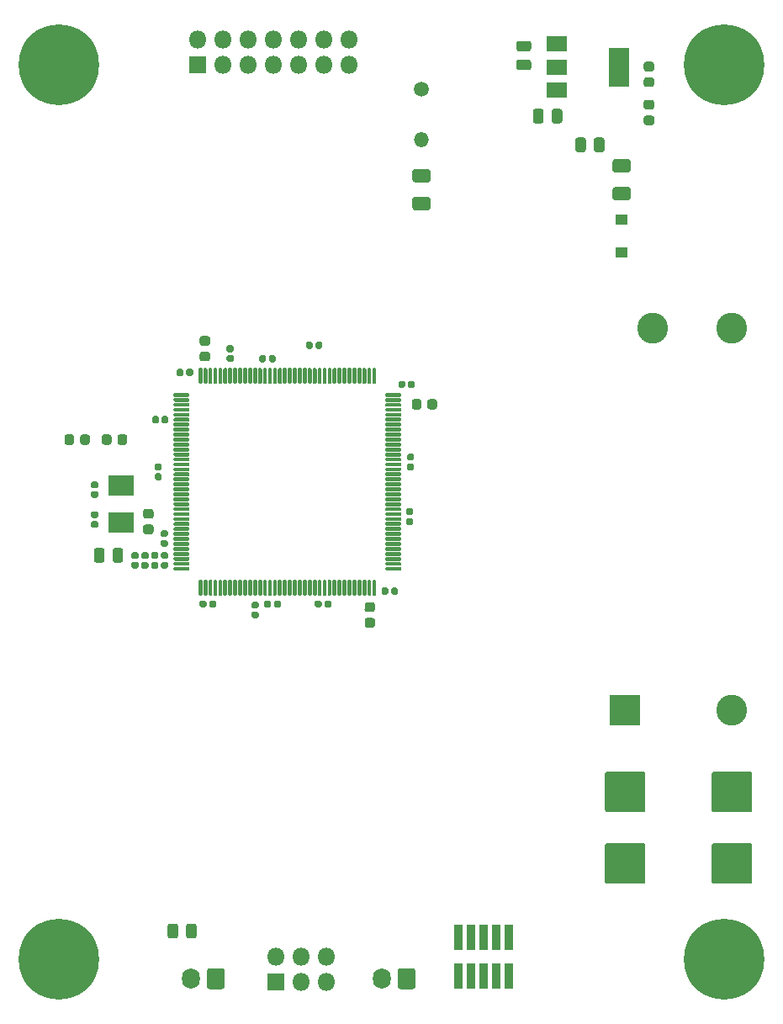
<source format=gbr>
G04 #@! TF.GenerationSoftware,KiCad,Pcbnew,(5.1.6)-1*
G04 #@! TF.CreationDate,2020-05-29T02:21:24-04:00*
G04 #@! TF.ProjectId,T-ShirtPress,542d5368-6972-4745-9072-6573732e6b69,rev?*
G04 #@! TF.SameCoordinates,Original*
G04 #@! TF.FileFunction,Soldermask,Top*
G04 #@! TF.FilePolarity,Negative*
%FSLAX46Y46*%
G04 Gerber Fmt 4.6, Leading zero omitted, Abs format (unit mm)*
G04 Created by KiCad (PCBNEW (5.1.6)-1) date 2020-05-29 02:21:24*
%MOMM*%
%LPD*%
G01*
G04 APERTURE LIST*
%ADD10R,1.300000X1.000000*%
%ADD11C,1.000000*%
%ADD12C,8.100000*%
%ADD13R,0.840000X2.500000*%
%ADD14O,1.800000X2.100000*%
%ADD15C,3.100000*%
%ADD16R,3.100000X3.100000*%
%ADD17C,1.500000*%
%ADD18O,1.500000X1.500000*%
%ADD19R,2.100000X3.900000*%
%ADD20R,2.100000X1.600000*%
%ADD21R,2.500000X2.100000*%
%ADD22R,1.800000X1.800000*%
%ADD23O,1.800000X1.800000*%
G04 APERTURE END LIST*
G36*
G01*
X83800000Y-39718750D02*
X83800000Y-40681250D01*
G75*
G02*
X83531250Y-40950000I-268750J0D01*
G01*
X82993750Y-40950000D01*
G75*
G02*
X82725000Y-40681250I0J268750D01*
G01*
X82725000Y-39718750D01*
G75*
G02*
X82993750Y-39450000I268750J0D01*
G01*
X83531250Y-39450000D01*
G75*
G02*
X83800000Y-39718750I0J-268750D01*
G01*
G37*
G36*
G01*
X85675000Y-39718750D02*
X85675000Y-40681250D01*
G75*
G02*
X85406250Y-40950000I-268750J0D01*
G01*
X84868750Y-40950000D01*
G75*
G02*
X84600000Y-40681250I0J268750D01*
G01*
X84600000Y-39718750D01*
G75*
G02*
X84868750Y-39450000I268750J0D01*
G01*
X85406250Y-39450000D01*
G75*
G02*
X85675000Y-39718750I0J-268750D01*
G01*
G37*
G36*
G01*
X82281250Y-35575000D02*
X81318750Y-35575000D01*
G75*
G02*
X81050000Y-35306250I0J268750D01*
G01*
X81050000Y-34768750D01*
G75*
G02*
X81318750Y-34500000I268750J0D01*
G01*
X82281250Y-34500000D01*
G75*
G02*
X82550000Y-34768750I0J-268750D01*
G01*
X82550000Y-35306250D01*
G75*
G02*
X82281250Y-35575000I-268750J0D01*
G01*
G37*
G36*
G01*
X82281250Y-33700000D02*
X81318750Y-33700000D01*
G75*
G02*
X81050000Y-33431250I0J268750D01*
G01*
X81050000Y-32893750D01*
G75*
G02*
X81318750Y-32625000I268750J0D01*
G01*
X82281250Y-32625000D01*
G75*
G02*
X82550000Y-32893750I0J-268750D01*
G01*
X82550000Y-33431250D01*
G75*
G02*
X82281250Y-33700000I-268750J0D01*
G01*
G37*
G36*
G01*
X42452500Y-84070000D02*
X42847500Y-84070000D01*
G75*
G02*
X43020000Y-84242500I0J-172500D01*
G01*
X43020000Y-84587500D01*
G75*
G02*
X42847500Y-84760000I-172500J0D01*
G01*
X42452500Y-84760000D01*
G75*
G02*
X42280000Y-84587500I0J172500D01*
G01*
X42280000Y-84242500D01*
G75*
G02*
X42452500Y-84070000I172500J0D01*
G01*
G37*
G36*
G01*
X42452500Y-85040000D02*
X42847500Y-85040000D01*
G75*
G02*
X43020000Y-85212500I0J-172500D01*
G01*
X43020000Y-85557500D01*
G75*
G02*
X42847500Y-85730000I-172500J0D01*
G01*
X42452500Y-85730000D01*
G75*
G02*
X42280000Y-85557500I0J172500D01*
G01*
X42280000Y-85212500D01*
G75*
G02*
X42452500Y-85040000I172500J0D01*
G01*
G37*
G36*
G01*
X43452500Y-84085000D02*
X43847500Y-84085000D01*
G75*
G02*
X44020000Y-84257500I0J-172500D01*
G01*
X44020000Y-84602500D01*
G75*
G02*
X43847500Y-84775000I-172500J0D01*
G01*
X43452500Y-84775000D01*
G75*
G02*
X43280000Y-84602500I0J172500D01*
G01*
X43280000Y-84257500D01*
G75*
G02*
X43452500Y-84085000I172500J0D01*
G01*
G37*
G36*
G01*
X43452500Y-85055000D02*
X43847500Y-85055000D01*
G75*
G02*
X44020000Y-85227500I0J-172500D01*
G01*
X44020000Y-85572500D01*
G75*
G02*
X43847500Y-85745000I-172500J0D01*
G01*
X43452500Y-85745000D01*
G75*
G02*
X43280000Y-85572500I0J172500D01*
G01*
X43280000Y-85227500D01*
G75*
G02*
X43452500Y-85055000I172500J0D01*
G01*
G37*
G36*
G01*
X45847500Y-85730000D02*
X45452500Y-85730000D01*
G75*
G02*
X45280000Y-85557500I0J172500D01*
G01*
X45280000Y-85212500D01*
G75*
G02*
X45452500Y-85040000I172500J0D01*
G01*
X45847500Y-85040000D01*
G75*
G02*
X46020000Y-85212500I0J-172500D01*
G01*
X46020000Y-85557500D01*
G75*
G02*
X45847500Y-85730000I-172500J0D01*
G01*
G37*
G36*
G01*
X45847500Y-84760000D02*
X45452500Y-84760000D01*
G75*
G02*
X45280000Y-84587500I0J172500D01*
G01*
X45280000Y-84242500D01*
G75*
G02*
X45452500Y-84070000I172500J0D01*
G01*
X45847500Y-84070000D01*
G75*
G02*
X46020000Y-84242500I0J-172500D01*
G01*
X46020000Y-84587500D01*
G75*
G02*
X45847500Y-84760000I-172500J0D01*
G01*
G37*
G36*
G01*
X44847500Y-84760000D02*
X44452500Y-84760000D01*
G75*
G02*
X44280000Y-84587500I0J172500D01*
G01*
X44280000Y-84242500D01*
G75*
G02*
X44452500Y-84070000I172500J0D01*
G01*
X44847500Y-84070000D01*
G75*
G02*
X45020000Y-84242500I0J-172500D01*
G01*
X45020000Y-84587500D01*
G75*
G02*
X44847500Y-84760000I-172500J0D01*
G01*
G37*
G36*
G01*
X44847500Y-85730000D02*
X44452500Y-85730000D01*
G75*
G02*
X44280000Y-85557500I0J172500D01*
G01*
X44280000Y-85212500D01*
G75*
G02*
X44452500Y-85040000I172500J0D01*
G01*
X44847500Y-85040000D01*
G75*
G02*
X45020000Y-85212500I0J-172500D01*
G01*
X45020000Y-85557500D01*
G75*
G02*
X44847500Y-85730000I-172500J0D01*
G01*
G37*
G36*
G01*
X45197500Y-75860000D02*
X44802500Y-75860000D01*
G75*
G02*
X44630000Y-75687500I0J172500D01*
G01*
X44630000Y-75342500D01*
G75*
G02*
X44802500Y-75170000I172500J0D01*
G01*
X45197500Y-75170000D01*
G75*
G02*
X45370000Y-75342500I0J-172500D01*
G01*
X45370000Y-75687500D01*
G75*
G02*
X45197500Y-75860000I-172500J0D01*
G01*
G37*
G36*
G01*
X45197500Y-76830000D02*
X44802500Y-76830000D01*
G75*
G02*
X44630000Y-76657500I0J172500D01*
G01*
X44630000Y-76312500D01*
G75*
G02*
X44802500Y-76140000I172500J0D01*
G01*
X45197500Y-76140000D01*
G75*
G02*
X45370000Y-76312500I0J-172500D01*
G01*
X45370000Y-76657500D01*
G75*
G02*
X45197500Y-76830000I-172500J0D01*
G01*
G37*
G36*
G01*
X45402500Y-81870000D02*
X45797500Y-81870000D01*
G75*
G02*
X45970000Y-82042500I0J-172500D01*
G01*
X45970000Y-82387500D01*
G75*
G02*
X45797500Y-82560000I-172500J0D01*
G01*
X45402500Y-82560000D01*
G75*
G02*
X45230000Y-82387500I0J172500D01*
G01*
X45230000Y-82042500D01*
G75*
G02*
X45402500Y-81870000I172500J0D01*
G01*
G37*
G36*
G01*
X45402500Y-82840000D02*
X45797500Y-82840000D01*
G75*
G02*
X45970000Y-83012500I0J-172500D01*
G01*
X45970000Y-83357500D01*
G75*
G02*
X45797500Y-83530000I-172500J0D01*
G01*
X45402500Y-83530000D01*
G75*
G02*
X45230000Y-83357500I0J172500D01*
G01*
X45230000Y-83012500D01*
G75*
G02*
X45402500Y-82840000I172500J0D01*
G01*
G37*
G36*
G01*
X49860000Y-89102500D02*
X49860000Y-89497500D01*
G75*
G02*
X49687500Y-89670000I-172500J0D01*
G01*
X49342500Y-89670000D01*
G75*
G02*
X49170000Y-89497500I0J172500D01*
G01*
X49170000Y-89102500D01*
G75*
G02*
X49342500Y-88930000I172500J0D01*
G01*
X49687500Y-88930000D01*
G75*
G02*
X49860000Y-89102500I0J-172500D01*
G01*
G37*
G36*
G01*
X50830000Y-89102500D02*
X50830000Y-89497500D01*
G75*
G02*
X50657500Y-89670000I-172500J0D01*
G01*
X50312500Y-89670000D01*
G75*
G02*
X50140000Y-89497500I0J172500D01*
G01*
X50140000Y-89102500D01*
G75*
G02*
X50312500Y-88930000I172500J0D01*
G01*
X50657500Y-88930000D01*
G75*
G02*
X50830000Y-89102500I0J-172500D01*
G01*
G37*
G36*
G01*
X57330000Y-89102500D02*
X57330000Y-89497500D01*
G75*
G02*
X57157500Y-89670000I-172500J0D01*
G01*
X56812500Y-89670000D01*
G75*
G02*
X56640000Y-89497500I0J172500D01*
G01*
X56640000Y-89102500D01*
G75*
G02*
X56812500Y-88930000I172500J0D01*
G01*
X57157500Y-88930000D01*
G75*
G02*
X57330000Y-89102500I0J-172500D01*
G01*
G37*
G36*
G01*
X56360000Y-89102500D02*
X56360000Y-89497500D01*
G75*
G02*
X56187500Y-89670000I-172500J0D01*
G01*
X55842500Y-89670000D01*
G75*
G02*
X55670000Y-89497500I0J172500D01*
G01*
X55670000Y-89102500D01*
G75*
G02*
X55842500Y-88930000I172500J0D01*
G01*
X56187500Y-88930000D01*
G75*
G02*
X56360000Y-89102500I0J-172500D01*
G01*
G37*
G36*
G01*
X61460000Y-89102500D02*
X61460000Y-89497500D01*
G75*
G02*
X61287500Y-89670000I-172500J0D01*
G01*
X60942500Y-89670000D01*
G75*
G02*
X60770000Y-89497500I0J172500D01*
G01*
X60770000Y-89102500D01*
G75*
G02*
X60942500Y-88930000I172500J0D01*
G01*
X61287500Y-88930000D01*
G75*
G02*
X61460000Y-89102500I0J-172500D01*
G01*
G37*
G36*
G01*
X62430000Y-89102500D02*
X62430000Y-89497500D01*
G75*
G02*
X62257500Y-89670000I-172500J0D01*
G01*
X61912500Y-89670000D01*
G75*
G02*
X61740000Y-89497500I0J172500D01*
G01*
X61740000Y-89102500D01*
G75*
G02*
X61912500Y-88930000I172500J0D01*
G01*
X62257500Y-88930000D01*
G75*
G02*
X62430000Y-89102500I0J-172500D01*
G01*
G37*
G36*
G01*
X67470000Y-88197500D02*
X67470000Y-87802500D01*
G75*
G02*
X67642500Y-87630000I172500J0D01*
G01*
X67987500Y-87630000D01*
G75*
G02*
X68160000Y-87802500I0J-172500D01*
G01*
X68160000Y-88197500D01*
G75*
G02*
X67987500Y-88370000I-172500J0D01*
G01*
X67642500Y-88370000D01*
G75*
G02*
X67470000Y-88197500I0J172500D01*
G01*
G37*
G36*
G01*
X68440000Y-88197500D02*
X68440000Y-87802500D01*
G75*
G02*
X68612500Y-87630000I172500J0D01*
G01*
X68957500Y-87630000D01*
G75*
G02*
X69130000Y-87802500I0J-172500D01*
G01*
X69130000Y-88197500D01*
G75*
G02*
X68957500Y-88370000I-172500J0D01*
G01*
X68612500Y-88370000D01*
G75*
G02*
X68440000Y-88197500I0J172500D01*
G01*
G37*
G36*
G01*
X70102500Y-80640000D02*
X70497500Y-80640000D01*
G75*
G02*
X70670000Y-80812500I0J-172500D01*
G01*
X70670000Y-81157500D01*
G75*
G02*
X70497500Y-81330000I-172500J0D01*
G01*
X70102500Y-81330000D01*
G75*
G02*
X69930000Y-81157500I0J172500D01*
G01*
X69930000Y-80812500D01*
G75*
G02*
X70102500Y-80640000I172500J0D01*
G01*
G37*
G36*
G01*
X70102500Y-79670000D02*
X70497500Y-79670000D01*
G75*
G02*
X70670000Y-79842500I0J-172500D01*
G01*
X70670000Y-80187500D01*
G75*
G02*
X70497500Y-80360000I-172500J0D01*
G01*
X70102500Y-80360000D01*
G75*
G02*
X69930000Y-80187500I0J172500D01*
G01*
X69930000Y-79842500D01*
G75*
G02*
X70102500Y-79670000I172500J0D01*
G01*
G37*
G36*
G01*
X70202500Y-74170000D02*
X70597500Y-74170000D01*
G75*
G02*
X70770000Y-74342500I0J-172500D01*
G01*
X70770000Y-74687500D01*
G75*
G02*
X70597500Y-74860000I-172500J0D01*
G01*
X70202500Y-74860000D01*
G75*
G02*
X70030000Y-74687500I0J172500D01*
G01*
X70030000Y-74342500D01*
G75*
G02*
X70202500Y-74170000I172500J0D01*
G01*
G37*
G36*
G01*
X70202500Y-75140000D02*
X70597500Y-75140000D01*
G75*
G02*
X70770000Y-75312500I0J-172500D01*
G01*
X70770000Y-75657500D01*
G75*
G02*
X70597500Y-75830000I-172500J0D01*
G01*
X70202500Y-75830000D01*
G75*
G02*
X70030000Y-75657500I0J172500D01*
G01*
X70030000Y-75312500D01*
G75*
G02*
X70202500Y-75140000I172500J0D01*
G01*
G37*
G36*
G01*
X69170000Y-67397500D02*
X69170000Y-67002500D01*
G75*
G02*
X69342500Y-66830000I172500J0D01*
G01*
X69687500Y-66830000D01*
G75*
G02*
X69860000Y-67002500I0J-172500D01*
G01*
X69860000Y-67397500D01*
G75*
G02*
X69687500Y-67570000I-172500J0D01*
G01*
X69342500Y-67570000D01*
G75*
G02*
X69170000Y-67397500I0J172500D01*
G01*
G37*
G36*
G01*
X70140000Y-67397500D02*
X70140000Y-67002500D01*
G75*
G02*
X70312500Y-66830000I172500J0D01*
G01*
X70657500Y-66830000D01*
G75*
G02*
X70830000Y-67002500I0J-172500D01*
G01*
X70830000Y-67397500D01*
G75*
G02*
X70657500Y-67570000I-172500J0D01*
G01*
X70312500Y-67570000D01*
G75*
G02*
X70140000Y-67397500I0J172500D01*
G01*
G37*
G36*
G01*
X59870000Y-63447500D02*
X59870000Y-63052500D01*
G75*
G02*
X60042500Y-62880000I172500J0D01*
G01*
X60387500Y-62880000D01*
G75*
G02*
X60560000Y-63052500I0J-172500D01*
G01*
X60560000Y-63447500D01*
G75*
G02*
X60387500Y-63620000I-172500J0D01*
G01*
X60042500Y-63620000D01*
G75*
G02*
X59870000Y-63447500I0J172500D01*
G01*
G37*
G36*
G01*
X60840000Y-63447500D02*
X60840000Y-63052500D01*
G75*
G02*
X61012500Y-62880000I172500J0D01*
G01*
X61357500Y-62880000D01*
G75*
G02*
X61530000Y-63052500I0J-172500D01*
G01*
X61530000Y-63447500D01*
G75*
G02*
X61357500Y-63620000I-172500J0D01*
G01*
X61012500Y-63620000D01*
G75*
G02*
X60840000Y-63447500I0J172500D01*
G01*
G37*
G36*
G01*
X56140000Y-64797500D02*
X56140000Y-64402500D01*
G75*
G02*
X56312500Y-64230000I172500J0D01*
G01*
X56657500Y-64230000D01*
G75*
G02*
X56830000Y-64402500I0J-172500D01*
G01*
X56830000Y-64797500D01*
G75*
G02*
X56657500Y-64970000I-172500J0D01*
G01*
X56312500Y-64970000D01*
G75*
G02*
X56140000Y-64797500I0J172500D01*
G01*
G37*
G36*
G01*
X55170000Y-64797500D02*
X55170000Y-64402500D01*
G75*
G02*
X55342500Y-64230000I172500J0D01*
G01*
X55687500Y-64230000D01*
G75*
G02*
X55860000Y-64402500I0J-172500D01*
G01*
X55860000Y-64797500D01*
G75*
G02*
X55687500Y-64970000I-172500J0D01*
G01*
X55342500Y-64970000D01*
G75*
G02*
X55170000Y-64797500I0J172500D01*
G01*
G37*
G36*
G01*
X48515000Y-65802500D02*
X48515000Y-66197500D01*
G75*
G02*
X48342500Y-66370000I-172500J0D01*
G01*
X47997500Y-66370000D01*
G75*
G02*
X47825000Y-66197500I0J172500D01*
G01*
X47825000Y-65802500D01*
G75*
G02*
X47997500Y-65630000I172500J0D01*
G01*
X48342500Y-65630000D01*
G75*
G02*
X48515000Y-65802500I0J-172500D01*
G01*
G37*
G36*
G01*
X47545000Y-65802500D02*
X47545000Y-66197500D01*
G75*
G02*
X47372500Y-66370000I-172500J0D01*
G01*
X47027500Y-66370000D01*
G75*
G02*
X46855000Y-66197500I0J172500D01*
G01*
X46855000Y-65802500D01*
G75*
G02*
X47027500Y-65630000I172500J0D01*
G01*
X47372500Y-65630000D01*
G75*
G02*
X47545000Y-65802500I0J-172500D01*
G01*
G37*
G36*
G01*
X45060000Y-70552500D02*
X45060000Y-70947500D01*
G75*
G02*
X44887500Y-71120000I-172500J0D01*
G01*
X44542500Y-71120000D01*
G75*
G02*
X44370000Y-70947500I0J172500D01*
G01*
X44370000Y-70552500D01*
G75*
G02*
X44542500Y-70380000I172500J0D01*
G01*
X44887500Y-70380000D01*
G75*
G02*
X45060000Y-70552500I0J-172500D01*
G01*
G37*
G36*
G01*
X46030000Y-70552500D02*
X46030000Y-70947500D01*
G75*
G02*
X45857500Y-71120000I-172500J0D01*
G01*
X45512500Y-71120000D01*
G75*
G02*
X45340000Y-70947500I0J172500D01*
G01*
X45340000Y-70552500D01*
G75*
G02*
X45512500Y-70380000I172500J0D01*
G01*
X45857500Y-70380000D01*
G75*
G02*
X46030000Y-70552500I0J-172500D01*
G01*
G37*
G36*
G01*
X49981250Y-64875000D02*
X49418750Y-64875000D01*
G75*
G02*
X49175000Y-64631250I0J243750D01*
G01*
X49175000Y-64143750D01*
G75*
G02*
X49418750Y-63900000I243750J0D01*
G01*
X49981250Y-63900000D01*
G75*
G02*
X50225000Y-64143750I0J-243750D01*
G01*
X50225000Y-64631250D01*
G75*
G02*
X49981250Y-64875000I-243750J0D01*
G01*
G37*
G36*
G01*
X49981250Y-63300000D02*
X49418750Y-63300000D01*
G75*
G02*
X49175000Y-63056250I0J243750D01*
G01*
X49175000Y-62568750D01*
G75*
G02*
X49418750Y-62325000I243750J0D01*
G01*
X49981250Y-62325000D01*
G75*
G02*
X50225000Y-62568750I0J-243750D01*
G01*
X50225000Y-63056250D01*
G75*
G02*
X49981250Y-63300000I-243750J0D01*
G01*
G37*
G36*
G01*
X66018750Y-89125000D02*
X66581250Y-89125000D01*
G75*
G02*
X66825000Y-89368750I0J-243750D01*
G01*
X66825000Y-89856250D01*
G75*
G02*
X66581250Y-90100000I-243750J0D01*
G01*
X66018750Y-90100000D01*
G75*
G02*
X65775000Y-89856250I0J243750D01*
G01*
X65775000Y-89368750D01*
G75*
G02*
X66018750Y-89125000I243750J0D01*
G01*
G37*
G36*
G01*
X66018750Y-90700000D02*
X66581250Y-90700000D01*
G75*
G02*
X66825000Y-90943750I0J-243750D01*
G01*
X66825000Y-91431250D01*
G75*
G02*
X66581250Y-91675000I-243750J0D01*
G01*
X66018750Y-91675000D01*
G75*
G02*
X65775000Y-91431250I0J243750D01*
G01*
X65775000Y-90943750D01*
G75*
G02*
X66018750Y-90700000I243750J0D01*
G01*
G37*
G36*
G01*
X72100000Y-69481250D02*
X72100000Y-68918750D01*
G75*
G02*
X72343750Y-68675000I243750J0D01*
G01*
X72831250Y-68675000D01*
G75*
G02*
X73075000Y-68918750I0J-243750D01*
G01*
X73075000Y-69481250D01*
G75*
G02*
X72831250Y-69725000I-243750J0D01*
G01*
X72343750Y-69725000D01*
G75*
G02*
X72100000Y-69481250I0J243750D01*
G01*
G37*
G36*
G01*
X70525000Y-69481250D02*
X70525000Y-68918750D01*
G75*
G02*
X70768750Y-68675000I243750J0D01*
G01*
X71256250Y-68675000D01*
G75*
G02*
X71500000Y-68918750I0J-243750D01*
G01*
X71500000Y-69481250D01*
G75*
G02*
X71256250Y-69725000I-243750J0D01*
G01*
X70768750Y-69725000D01*
G75*
G02*
X70525000Y-69481250I0J243750D01*
G01*
G37*
G36*
G01*
X38402500Y-77940000D02*
X38797500Y-77940000D01*
G75*
G02*
X38970000Y-78112500I0J-172500D01*
G01*
X38970000Y-78457500D01*
G75*
G02*
X38797500Y-78630000I-172500J0D01*
G01*
X38402500Y-78630000D01*
G75*
G02*
X38230000Y-78457500I0J172500D01*
G01*
X38230000Y-78112500D01*
G75*
G02*
X38402500Y-77940000I172500J0D01*
G01*
G37*
G36*
G01*
X38402500Y-76970000D02*
X38797500Y-76970000D01*
G75*
G02*
X38970000Y-77142500I0J-172500D01*
G01*
X38970000Y-77487500D01*
G75*
G02*
X38797500Y-77660000I-172500J0D01*
G01*
X38402500Y-77660000D01*
G75*
G02*
X38230000Y-77487500I0J172500D01*
G01*
X38230000Y-77142500D01*
G75*
G02*
X38402500Y-76970000I172500J0D01*
G01*
G37*
G36*
G01*
X38797500Y-80660000D02*
X38402500Y-80660000D01*
G75*
G02*
X38230000Y-80487500I0J172500D01*
G01*
X38230000Y-80142500D01*
G75*
G02*
X38402500Y-79970000I172500J0D01*
G01*
X38797500Y-79970000D01*
G75*
G02*
X38970000Y-80142500I0J-172500D01*
G01*
X38970000Y-80487500D01*
G75*
G02*
X38797500Y-80660000I-172500J0D01*
G01*
G37*
G36*
G01*
X38797500Y-81630000D02*
X38402500Y-81630000D01*
G75*
G02*
X38230000Y-81457500I0J172500D01*
G01*
X38230000Y-81112500D01*
G75*
G02*
X38402500Y-80940000I172500J0D01*
G01*
X38797500Y-80940000D01*
G75*
G02*
X38970000Y-81112500I0J-172500D01*
G01*
X38970000Y-81457500D01*
G75*
G02*
X38797500Y-81630000I-172500J0D01*
G01*
G37*
D10*
X91650000Y-50650000D03*
X91650000Y-53950000D03*
G36*
G01*
X92305000Y-48675000D02*
X90995000Y-48675000D01*
G75*
G02*
X90725000Y-48405000I0J270000D01*
G01*
X90725000Y-47595000D01*
G75*
G02*
X90995000Y-47325000I270000J0D01*
G01*
X92305000Y-47325000D01*
G75*
G02*
X92575000Y-47595000I0J-270000D01*
G01*
X92575000Y-48405000D01*
G75*
G02*
X92305000Y-48675000I-270000J0D01*
G01*
G37*
G36*
G01*
X92305000Y-45875000D02*
X90995000Y-45875000D01*
G75*
G02*
X90725000Y-45605000I0J270000D01*
G01*
X90725000Y-44795000D01*
G75*
G02*
X90995000Y-44525000I270000J0D01*
G01*
X92305000Y-44525000D01*
G75*
G02*
X92575000Y-44795000I0J-270000D01*
G01*
X92575000Y-45605000D01*
G75*
G02*
X92305000Y-45875000I-270000J0D01*
G01*
G37*
G36*
G01*
X88850000Y-43581250D02*
X88850000Y-42618750D01*
G75*
G02*
X89118750Y-42350000I268750J0D01*
G01*
X89656250Y-42350000D01*
G75*
G02*
X89925000Y-42618750I0J-268750D01*
G01*
X89925000Y-43581250D01*
G75*
G02*
X89656250Y-43850000I-268750J0D01*
G01*
X89118750Y-43850000D01*
G75*
G02*
X88850000Y-43581250I0J268750D01*
G01*
G37*
G36*
G01*
X86975000Y-43581250D02*
X86975000Y-42618750D01*
G75*
G02*
X87243750Y-42350000I268750J0D01*
G01*
X87781250Y-42350000D01*
G75*
G02*
X88050000Y-42618750I0J-268750D01*
G01*
X88050000Y-43581250D01*
G75*
G02*
X87781250Y-43850000I-268750J0D01*
G01*
X87243750Y-43850000D01*
G75*
G02*
X86975000Y-43581250I0J268750D01*
G01*
G37*
G36*
G01*
X41475000Y-83918750D02*
X41475000Y-84881250D01*
G75*
G02*
X41206250Y-85150000I-268750J0D01*
G01*
X40668750Y-85150000D01*
G75*
G02*
X40400000Y-84881250I0J268750D01*
G01*
X40400000Y-83918750D01*
G75*
G02*
X40668750Y-83650000I268750J0D01*
G01*
X41206250Y-83650000D01*
G75*
G02*
X41475000Y-83918750I0J-268750D01*
G01*
G37*
G36*
G01*
X39600000Y-83918750D02*
X39600000Y-84881250D01*
G75*
G02*
X39331250Y-85150000I-268750J0D01*
G01*
X38793750Y-85150000D01*
G75*
G02*
X38525000Y-84881250I0J268750D01*
G01*
X38525000Y-83918750D01*
G75*
G02*
X38793750Y-83650000I268750J0D01*
G01*
X39331250Y-83650000D01*
G75*
G02*
X39600000Y-83918750I0J-268750D01*
G01*
G37*
D11*
X104121320Y-122878680D03*
X102000000Y-122000000D03*
X99878680Y-122878680D03*
X99000000Y-125000000D03*
X99878680Y-127121320D03*
X102000000Y-128000000D03*
X104121320Y-127121320D03*
X105000000Y-125000000D03*
D12*
X102000000Y-125000000D03*
X102000000Y-35000000D03*
D11*
X105000000Y-35000000D03*
X104121320Y-37121320D03*
X102000000Y-38000000D03*
X99878680Y-37121320D03*
X99000000Y-35000000D03*
X99878680Y-32878680D03*
X102000000Y-32000000D03*
X104121320Y-32878680D03*
X37121320Y-32878680D03*
X35000000Y-32000000D03*
X32878680Y-32878680D03*
X32000000Y-35000000D03*
X32878680Y-37121320D03*
X35000000Y-38000000D03*
X37121320Y-37121320D03*
X38000000Y-35000000D03*
D12*
X35000000Y-35000000D03*
X35000000Y-125000000D03*
D11*
X38000000Y-125000000D03*
X37121320Y-127121320D03*
X35000000Y-128000000D03*
X32878680Y-127121320D03*
X32000000Y-125000000D03*
X32878680Y-122878680D03*
X35000000Y-122000000D03*
X37121320Y-122878680D03*
D13*
X75210000Y-126700000D03*
X75210000Y-122800000D03*
X76480000Y-126700000D03*
X76480000Y-122800000D03*
X77750000Y-126700000D03*
X77750000Y-122800000D03*
X79020000Y-126700000D03*
X79020000Y-122800000D03*
X80290000Y-126700000D03*
X80290000Y-122800000D03*
D14*
X48300000Y-127000000D03*
G36*
G01*
X51700000Y-126214706D02*
X51700000Y-127785294D01*
G75*
G02*
X51435294Y-128050000I-264706J0D01*
G01*
X50164706Y-128050000D01*
G75*
G02*
X49900000Y-127785294I0J264706D01*
G01*
X49900000Y-126214706D01*
G75*
G02*
X50164706Y-125950000I264706J0D01*
G01*
X51435294Y-125950000D01*
G75*
G02*
X51700000Y-126214706I0J-264706D01*
G01*
G37*
G36*
G01*
X70900000Y-126214706D02*
X70900000Y-127785294D01*
G75*
G02*
X70635294Y-128050000I-264706J0D01*
G01*
X69364706Y-128050000D01*
G75*
G02*
X69100000Y-127785294I0J264706D01*
G01*
X69100000Y-126214706D01*
G75*
G02*
X69364706Y-125950000I264706J0D01*
G01*
X70635294Y-125950000D01*
G75*
G02*
X70900000Y-126214706I0J-264706D01*
G01*
G37*
X67500000Y-127000000D03*
G36*
G01*
X100700000Y-109993750D02*
X100700000Y-106406250D01*
G75*
G02*
X100956250Y-106150000I256250J0D01*
G01*
X104543750Y-106150000D01*
G75*
G02*
X104800000Y-106406250I0J-256250D01*
G01*
X104800000Y-109993750D01*
G75*
G02*
X104543750Y-110250000I-256250J0D01*
G01*
X100956250Y-110250000D01*
G75*
G02*
X100700000Y-109993750I0J256250D01*
G01*
G37*
G36*
G01*
X89950000Y-109993750D02*
X89950000Y-106406250D01*
G75*
G02*
X90206250Y-106150000I256250J0D01*
G01*
X93793750Y-106150000D01*
G75*
G02*
X94050000Y-106406250I0J-256250D01*
G01*
X94050000Y-109993750D01*
G75*
G02*
X93793750Y-110250000I-256250J0D01*
G01*
X90206250Y-110250000D01*
G75*
G02*
X89950000Y-109993750I0J256250D01*
G01*
G37*
D15*
X102750000Y-61500000D03*
X102750000Y-100000000D03*
X94750000Y-61500000D03*
D16*
X92000000Y-100000000D03*
G36*
G01*
X48875000Y-121718750D02*
X48875000Y-122681250D01*
G75*
G02*
X48606250Y-122950000I-268750J0D01*
G01*
X48068750Y-122950000D01*
G75*
G02*
X47800000Y-122681250I0J268750D01*
G01*
X47800000Y-121718750D01*
G75*
G02*
X48068750Y-121450000I268750J0D01*
G01*
X48606250Y-121450000D01*
G75*
G02*
X48875000Y-121718750I0J-268750D01*
G01*
G37*
G36*
G01*
X47000000Y-121718750D02*
X47000000Y-122681250D01*
G75*
G02*
X46731250Y-122950000I-268750J0D01*
G01*
X46193750Y-122950000D01*
G75*
G02*
X45925000Y-122681250I0J268750D01*
G01*
X45925000Y-121718750D01*
G75*
G02*
X46193750Y-121450000I268750J0D01*
G01*
X46731250Y-121450000D01*
G75*
G02*
X47000000Y-121718750I0J-268750D01*
G01*
G37*
G36*
G01*
X43718750Y-81300000D02*
X44281250Y-81300000D01*
G75*
G02*
X44525000Y-81543750I0J-243750D01*
G01*
X44525000Y-82031250D01*
G75*
G02*
X44281250Y-82275000I-243750J0D01*
G01*
X43718750Y-82275000D01*
G75*
G02*
X43475000Y-82031250I0J243750D01*
G01*
X43475000Y-81543750D01*
G75*
G02*
X43718750Y-81300000I243750J0D01*
G01*
G37*
G36*
G01*
X43718750Y-79725000D02*
X44281250Y-79725000D01*
G75*
G02*
X44525000Y-79968750I0J-243750D01*
G01*
X44525000Y-80456250D01*
G75*
G02*
X44281250Y-80700000I-243750J0D01*
G01*
X43718750Y-80700000D01*
G75*
G02*
X43475000Y-80456250I0J243750D01*
G01*
X43475000Y-79968750D01*
G75*
G02*
X43718750Y-79725000I243750J0D01*
G01*
G37*
D17*
X71500000Y-37500000D03*
D18*
X71500000Y-42580000D03*
G36*
G01*
X52447500Y-63960000D02*
X52052500Y-63960000D01*
G75*
G02*
X51880000Y-63787500I0J172500D01*
G01*
X51880000Y-63442500D01*
G75*
G02*
X52052500Y-63270000I172500J0D01*
G01*
X52447500Y-63270000D01*
G75*
G02*
X52620000Y-63442500I0J-172500D01*
G01*
X52620000Y-63787500D01*
G75*
G02*
X52447500Y-63960000I-172500J0D01*
G01*
G37*
G36*
G01*
X52447500Y-64930000D02*
X52052500Y-64930000D01*
G75*
G02*
X51880000Y-64757500I0J172500D01*
G01*
X51880000Y-64412500D01*
G75*
G02*
X52052500Y-64240000I172500J0D01*
G01*
X52447500Y-64240000D01*
G75*
G02*
X52620000Y-64412500I0J-172500D01*
G01*
X52620000Y-64757500D01*
G75*
G02*
X52447500Y-64930000I-172500J0D01*
G01*
G37*
G36*
G01*
X54552500Y-89070000D02*
X54947500Y-89070000D01*
G75*
G02*
X55120000Y-89242500I0J-172500D01*
G01*
X55120000Y-89587500D01*
G75*
G02*
X54947500Y-89760000I-172500J0D01*
G01*
X54552500Y-89760000D01*
G75*
G02*
X54380000Y-89587500I0J172500D01*
G01*
X54380000Y-89242500D01*
G75*
G02*
X54552500Y-89070000I172500J0D01*
G01*
G37*
G36*
G01*
X54552500Y-90040000D02*
X54947500Y-90040000D01*
G75*
G02*
X55120000Y-90212500I0J-172500D01*
G01*
X55120000Y-90557500D01*
G75*
G02*
X54947500Y-90730000I-172500J0D01*
G01*
X54552500Y-90730000D01*
G75*
G02*
X54380000Y-90557500I0J172500D01*
G01*
X54380000Y-90212500D01*
G75*
G02*
X54552500Y-90040000I172500J0D01*
G01*
G37*
G36*
G01*
X70845000Y-45525000D02*
X72155000Y-45525000D01*
G75*
G02*
X72425000Y-45795000I0J-270000D01*
G01*
X72425000Y-46605000D01*
G75*
G02*
X72155000Y-46875000I-270000J0D01*
G01*
X70845000Y-46875000D01*
G75*
G02*
X70575000Y-46605000I0J270000D01*
G01*
X70575000Y-45795000D01*
G75*
G02*
X70845000Y-45525000I270000J0D01*
G01*
G37*
G36*
G01*
X70845000Y-48325000D02*
X72155000Y-48325000D01*
G75*
G02*
X72425000Y-48595000I0J-270000D01*
G01*
X72425000Y-49405000D01*
G75*
G02*
X72155000Y-49675000I-270000J0D01*
G01*
X70845000Y-49675000D01*
G75*
G02*
X70575000Y-49405000I0J270000D01*
G01*
X70575000Y-48595000D01*
G75*
G02*
X70845000Y-48325000I270000J0D01*
G01*
G37*
D19*
X91400000Y-35250000D03*
D20*
X85100000Y-35250000D03*
X85100000Y-37550000D03*
X85100000Y-32950000D03*
G36*
G01*
X46550000Y-68350000D02*
X46550000Y-68150000D01*
G75*
G02*
X46650000Y-68050000I100000J0D01*
G01*
X48025000Y-68050000D01*
G75*
G02*
X48125000Y-68150000I0J-100000D01*
G01*
X48125000Y-68350000D01*
G75*
G02*
X48025000Y-68450000I-100000J0D01*
G01*
X46650000Y-68450000D01*
G75*
G02*
X46550000Y-68350000I0J100000D01*
G01*
G37*
G36*
G01*
X46550000Y-68850000D02*
X46550000Y-68650000D01*
G75*
G02*
X46650000Y-68550000I100000J0D01*
G01*
X48025000Y-68550000D01*
G75*
G02*
X48125000Y-68650000I0J-100000D01*
G01*
X48125000Y-68850000D01*
G75*
G02*
X48025000Y-68950000I-100000J0D01*
G01*
X46650000Y-68950000D01*
G75*
G02*
X46550000Y-68850000I0J100000D01*
G01*
G37*
G36*
G01*
X46550000Y-69350000D02*
X46550000Y-69150000D01*
G75*
G02*
X46650000Y-69050000I100000J0D01*
G01*
X48025000Y-69050000D01*
G75*
G02*
X48125000Y-69150000I0J-100000D01*
G01*
X48125000Y-69350000D01*
G75*
G02*
X48025000Y-69450000I-100000J0D01*
G01*
X46650000Y-69450000D01*
G75*
G02*
X46550000Y-69350000I0J100000D01*
G01*
G37*
G36*
G01*
X46550000Y-69850000D02*
X46550000Y-69650000D01*
G75*
G02*
X46650000Y-69550000I100000J0D01*
G01*
X48025000Y-69550000D01*
G75*
G02*
X48125000Y-69650000I0J-100000D01*
G01*
X48125000Y-69850000D01*
G75*
G02*
X48025000Y-69950000I-100000J0D01*
G01*
X46650000Y-69950000D01*
G75*
G02*
X46550000Y-69850000I0J100000D01*
G01*
G37*
G36*
G01*
X46550000Y-70350000D02*
X46550000Y-70150000D01*
G75*
G02*
X46650000Y-70050000I100000J0D01*
G01*
X48025000Y-70050000D01*
G75*
G02*
X48125000Y-70150000I0J-100000D01*
G01*
X48125000Y-70350000D01*
G75*
G02*
X48025000Y-70450000I-100000J0D01*
G01*
X46650000Y-70450000D01*
G75*
G02*
X46550000Y-70350000I0J100000D01*
G01*
G37*
G36*
G01*
X46550000Y-70850000D02*
X46550000Y-70650000D01*
G75*
G02*
X46650000Y-70550000I100000J0D01*
G01*
X48025000Y-70550000D01*
G75*
G02*
X48125000Y-70650000I0J-100000D01*
G01*
X48125000Y-70850000D01*
G75*
G02*
X48025000Y-70950000I-100000J0D01*
G01*
X46650000Y-70950000D01*
G75*
G02*
X46550000Y-70850000I0J100000D01*
G01*
G37*
G36*
G01*
X46550000Y-71350000D02*
X46550000Y-71150000D01*
G75*
G02*
X46650000Y-71050000I100000J0D01*
G01*
X48025000Y-71050000D01*
G75*
G02*
X48125000Y-71150000I0J-100000D01*
G01*
X48125000Y-71350000D01*
G75*
G02*
X48025000Y-71450000I-100000J0D01*
G01*
X46650000Y-71450000D01*
G75*
G02*
X46550000Y-71350000I0J100000D01*
G01*
G37*
G36*
G01*
X46550000Y-71850000D02*
X46550000Y-71650000D01*
G75*
G02*
X46650000Y-71550000I100000J0D01*
G01*
X48025000Y-71550000D01*
G75*
G02*
X48125000Y-71650000I0J-100000D01*
G01*
X48125000Y-71850000D01*
G75*
G02*
X48025000Y-71950000I-100000J0D01*
G01*
X46650000Y-71950000D01*
G75*
G02*
X46550000Y-71850000I0J100000D01*
G01*
G37*
G36*
G01*
X46550000Y-72350000D02*
X46550000Y-72150000D01*
G75*
G02*
X46650000Y-72050000I100000J0D01*
G01*
X48025000Y-72050000D01*
G75*
G02*
X48125000Y-72150000I0J-100000D01*
G01*
X48125000Y-72350000D01*
G75*
G02*
X48025000Y-72450000I-100000J0D01*
G01*
X46650000Y-72450000D01*
G75*
G02*
X46550000Y-72350000I0J100000D01*
G01*
G37*
G36*
G01*
X46550000Y-72850000D02*
X46550000Y-72650000D01*
G75*
G02*
X46650000Y-72550000I100000J0D01*
G01*
X48025000Y-72550000D01*
G75*
G02*
X48125000Y-72650000I0J-100000D01*
G01*
X48125000Y-72850000D01*
G75*
G02*
X48025000Y-72950000I-100000J0D01*
G01*
X46650000Y-72950000D01*
G75*
G02*
X46550000Y-72850000I0J100000D01*
G01*
G37*
G36*
G01*
X46550000Y-73350000D02*
X46550000Y-73150000D01*
G75*
G02*
X46650000Y-73050000I100000J0D01*
G01*
X48025000Y-73050000D01*
G75*
G02*
X48125000Y-73150000I0J-100000D01*
G01*
X48125000Y-73350000D01*
G75*
G02*
X48025000Y-73450000I-100000J0D01*
G01*
X46650000Y-73450000D01*
G75*
G02*
X46550000Y-73350000I0J100000D01*
G01*
G37*
G36*
G01*
X46550000Y-73850000D02*
X46550000Y-73650000D01*
G75*
G02*
X46650000Y-73550000I100000J0D01*
G01*
X48025000Y-73550000D01*
G75*
G02*
X48125000Y-73650000I0J-100000D01*
G01*
X48125000Y-73850000D01*
G75*
G02*
X48025000Y-73950000I-100000J0D01*
G01*
X46650000Y-73950000D01*
G75*
G02*
X46550000Y-73850000I0J100000D01*
G01*
G37*
G36*
G01*
X46550000Y-74350000D02*
X46550000Y-74150000D01*
G75*
G02*
X46650000Y-74050000I100000J0D01*
G01*
X48025000Y-74050000D01*
G75*
G02*
X48125000Y-74150000I0J-100000D01*
G01*
X48125000Y-74350000D01*
G75*
G02*
X48025000Y-74450000I-100000J0D01*
G01*
X46650000Y-74450000D01*
G75*
G02*
X46550000Y-74350000I0J100000D01*
G01*
G37*
G36*
G01*
X46550000Y-74850000D02*
X46550000Y-74650000D01*
G75*
G02*
X46650000Y-74550000I100000J0D01*
G01*
X48025000Y-74550000D01*
G75*
G02*
X48125000Y-74650000I0J-100000D01*
G01*
X48125000Y-74850000D01*
G75*
G02*
X48025000Y-74950000I-100000J0D01*
G01*
X46650000Y-74950000D01*
G75*
G02*
X46550000Y-74850000I0J100000D01*
G01*
G37*
G36*
G01*
X46550000Y-75350000D02*
X46550000Y-75150000D01*
G75*
G02*
X46650000Y-75050000I100000J0D01*
G01*
X48025000Y-75050000D01*
G75*
G02*
X48125000Y-75150000I0J-100000D01*
G01*
X48125000Y-75350000D01*
G75*
G02*
X48025000Y-75450000I-100000J0D01*
G01*
X46650000Y-75450000D01*
G75*
G02*
X46550000Y-75350000I0J100000D01*
G01*
G37*
G36*
G01*
X46550000Y-75850000D02*
X46550000Y-75650000D01*
G75*
G02*
X46650000Y-75550000I100000J0D01*
G01*
X48025000Y-75550000D01*
G75*
G02*
X48125000Y-75650000I0J-100000D01*
G01*
X48125000Y-75850000D01*
G75*
G02*
X48025000Y-75950000I-100000J0D01*
G01*
X46650000Y-75950000D01*
G75*
G02*
X46550000Y-75850000I0J100000D01*
G01*
G37*
G36*
G01*
X46550000Y-76350000D02*
X46550000Y-76150000D01*
G75*
G02*
X46650000Y-76050000I100000J0D01*
G01*
X48025000Y-76050000D01*
G75*
G02*
X48125000Y-76150000I0J-100000D01*
G01*
X48125000Y-76350000D01*
G75*
G02*
X48025000Y-76450000I-100000J0D01*
G01*
X46650000Y-76450000D01*
G75*
G02*
X46550000Y-76350000I0J100000D01*
G01*
G37*
G36*
G01*
X46550000Y-76850000D02*
X46550000Y-76650000D01*
G75*
G02*
X46650000Y-76550000I100000J0D01*
G01*
X48025000Y-76550000D01*
G75*
G02*
X48125000Y-76650000I0J-100000D01*
G01*
X48125000Y-76850000D01*
G75*
G02*
X48025000Y-76950000I-100000J0D01*
G01*
X46650000Y-76950000D01*
G75*
G02*
X46550000Y-76850000I0J100000D01*
G01*
G37*
G36*
G01*
X46550000Y-77350000D02*
X46550000Y-77150000D01*
G75*
G02*
X46650000Y-77050000I100000J0D01*
G01*
X48025000Y-77050000D01*
G75*
G02*
X48125000Y-77150000I0J-100000D01*
G01*
X48125000Y-77350000D01*
G75*
G02*
X48025000Y-77450000I-100000J0D01*
G01*
X46650000Y-77450000D01*
G75*
G02*
X46550000Y-77350000I0J100000D01*
G01*
G37*
G36*
G01*
X46550000Y-77850000D02*
X46550000Y-77650000D01*
G75*
G02*
X46650000Y-77550000I100000J0D01*
G01*
X48025000Y-77550000D01*
G75*
G02*
X48125000Y-77650000I0J-100000D01*
G01*
X48125000Y-77850000D01*
G75*
G02*
X48025000Y-77950000I-100000J0D01*
G01*
X46650000Y-77950000D01*
G75*
G02*
X46550000Y-77850000I0J100000D01*
G01*
G37*
G36*
G01*
X46550000Y-78350000D02*
X46550000Y-78150000D01*
G75*
G02*
X46650000Y-78050000I100000J0D01*
G01*
X48025000Y-78050000D01*
G75*
G02*
X48125000Y-78150000I0J-100000D01*
G01*
X48125000Y-78350000D01*
G75*
G02*
X48025000Y-78450000I-100000J0D01*
G01*
X46650000Y-78450000D01*
G75*
G02*
X46550000Y-78350000I0J100000D01*
G01*
G37*
G36*
G01*
X46550000Y-78850000D02*
X46550000Y-78650000D01*
G75*
G02*
X46650000Y-78550000I100000J0D01*
G01*
X48025000Y-78550000D01*
G75*
G02*
X48125000Y-78650000I0J-100000D01*
G01*
X48125000Y-78850000D01*
G75*
G02*
X48025000Y-78950000I-100000J0D01*
G01*
X46650000Y-78950000D01*
G75*
G02*
X46550000Y-78850000I0J100000D01*
G01*
G37*
G36*
G01*
X46550000Y-79350000D02*
X46550000Y-79150000D01*
G75*
G02*
X46650000Y-79050000I100000J0D01*
G01*
X48025000Y-79050000D01*
G75*
G02*
X48125000Y-79150000I0J-100000D01*
G01*
X48125000Y-79350000D01*
G75*
G02*
X48025000Y-79450000I-100000J0D01*
G01*
X46650000Y-79450000D01*
G75*
G02*
X46550000Y-79350000I0J100000D01*
G01*
G37*
G36*
G01*
X46550000Y-79850000D02*
X46550000Y-79650000D01*
G75*
G02*
X46650000Y-79550000I100000J0D01*
G01*
X48025000Y-79550000D01*
G75*
G02*
X48125000Y-79650000I0J-100000D01*
G01*
X48125000Y-79850000D01*
G75*
G02*
X48025000Y-79950000I-100000J0D01*
G01*
X46650000Y-79950000D01*
G75*
G02*
X46550000Y-79850000I0J100000D01*
G01*
G37*
G36*
G01*
X46550000Y-80350000D02*
X46550000Y-80150000D01*
G75*
G02*
X46650000Y-80050000I100000J0D01*
G01*
X48025000Y-80050000D01*
G75*
G02*
X48125000Y-80150000I0J-100000D01*
G01*
X48125000Y-80350000D01*
G75*
G02*
X48025000Y-80450000I-100000J0D01*
G01*
X46650000Y-80450000D01*
G75*
G02*
X46550000Y-80350000I0J100000D01*
G01*
G37*
G36*
G01*
X46550000Y-80850000D02*
X46550000Y-80650000D01*
G75*
G02*
X46650000Y-80550000I100000J0D01*
G01*
X48025000Y-80550000D01*
G75*
G02*
X48125000Y-80650000I0J-100000D01*
G01*
X48125000Y-80850000D01*
G75*
G02*
X48025000Y-80950000I-100000J0D01*
G01*
X46650000Y-80950000D01*
G75*
G02*
X46550000Y-80850000I0J100000D01*
G01*
G37*
G36*
G01*
X46550000Y-81350000D02*
X46550000Y-81150000D01*
G75*
G02*
X46650000Y-81050000I100000J0D01*
G01*
X48025000Y-81050000D01*
G75*
G02*
X48125000Y-81150000I0J-100000D01*
G01*
X48125000Y-81350000D01*
G75*
G02*
X48025000Y-81450000I-100000J0D01*
G01*
X46650000Y-81450000D01*
G75*
G02*
X46550000Y-81350000I0J100000D01*
G01*
G37*
G36*
G01*
X46550000Y-81850000D02*
X46550000Y-81650000D01*
G75*
G02*
X46650000Y-81550000I100000J0D01*
G01*
X48025000Y-81550000D01*
G75*
G02*
X48125000Y-81650000I0J-100000D01*
G01*
X48125000Y-81850000D01*
G75*
G02*
X48025000Y-81950000I-100000J0D01*
G01*
X46650000Y-81950000D01*
G75*
G02*
X46550000Y-81850000I0J100000D01*
G01*
G37*
G36*
G01*
X46550000Y-82350000D02*
X46550000Y-82150000D01*
G75*
G02*
X46650000Y-82050000I100000J0D01*
G01*
X48025000Y-82050000D01*
G75*
G02*
X48125000Y-82150000I0J-100000D01*
G01*
X48125000Y-82350000D01*
G75*
G02*
X48025000Y-82450000I-100000J0D01*
G01*
X46650000Y-82450000D01*
G75*
G02*
X46550000Y-82350000I0J100000D01*
G01*
G37*
G36*
G01*
X46550000Y-82850000D02*
X46550000Y-82650000D01*
G75*
G02*
X46650000Y-82550000I100000J0D01*
G01*
X48025000Y-82550000D01*
G75*
G02*
X48125000Y-82650000I0J-100000D01*
G01*
X48125000Y-82850000D01*
G75*
G02*
X48025000Y-82950000I-100000J0D01*
G01*
X46650000Y-82950000D01*
G75*
G02*
X46550000Y-82850000I0J100000D01*
G01*
G37*
G36*
G01*
X46550000Y-83350000D02*
X46550000Y-83150000D01*
G75*
G02*
X46650000Y-83050000I100000J0D01*
G01*
X48025000Y-83050000D01*
G75*
G02*
X48125000Y-83150000I0J-100000D01*
G01*
X48125000Y-83350000D01*
G75*
G02*
X48025000Y-83450000I-100000J0D01*
G01*
X46650000Y-83450000D01*
G75*
G02*
X46550000Y-83350000I0J100000D01*
G01*
G37*
G36*
G01*
X46550000Y-83850000D02*
X46550000Y-83650000D01*
G75*
G02*
X46650000Y-83550000I100000J0D01*
G01*
X48025000Y-83550000D01*
G75*
G02*
X48125000Y-83650000I0J-100000D01*
G01*
X48125000Y-83850000D01*
G75*
G02*
X48025000Y-83950000I-100000J0D01*
G01*
X46650000Y-83950000D01*
G75*
G02*
X46550000Y-83850000I0J100000D01*
G01*
G37*
G36*
G01*
X46550000Y-84350000D02*
X46550000Y-84150000D01*
G75*
G02*
X46650000Y-84050000I100000J0D01*
G01*
X48025000Y-84050000D01*
G75*
G02*
X48125000Y-84150000I0J-100000D01*
G01*
X48125000Y-84350000D01*
G75*
G02*
X48025000Y-84450000I-100000J0D01*
G01*
X46650000Y-84450000D01*
G75*
G02*
X46550000Y-84350000I0J100000D01*
G01*
G37*
G36*
G01*
X46550000Y-84850000D02*
X46550000Y-84650000D01*
G75*
G02*
X46650000Y-84550000I100000J0D01*
G01*
X48025000Y-84550000D01*
G75*
G02*
X48125000Y-84650000I0J-100000D01*
G01*
X48125000Y-84850000D01*
G75*
G02*
X48025000Y-84950000I-100000J0D01*
G01*
X46650000Y-84950000D01*
G75*
G02*
X46550000Y-84850000I0J100000D01*
G01*
G37*
G36*
G01*
X46550000Y-85350000D02*
X46550000Y-85150000D01*
G75*
G02*
X46650000Y-85050000I100000J0D01*
G01*
X48025000Y-85050000D01*
G75*
G02*
X48125000Y-85150000I0J-100000D01*
G01*
X48125000Y-85350000D01*
G75*
G02*
X48025000Y-85450000I-100000J0D01*
G01*
X46650000Y-85450000D01*
G75*
G02*
X46550000Y-85350000I0J100000D01*
G01*
G37*
G36*
G01*
X46550000Y-85850000D02*
X46550000Y-85650000D01*
G75*
G02*
X46650000Y-85550000I100000J0D01*
G01*
X48025000Y-85550000D01*
G75*
G02*
X48125000Y-85650000I0J-100000D01*
G01*
X48125000Y-85850000D01*
G75*
G02*
X48025000Y-85950000I-100000J0D01*
G01*
X46650000Y-85950000D01*
G75*
G02*
X46550000Y-85850000I0J100000D01*
G01*
G37*
G36*
G01*
X49050000Y-88350000D02*
X49050000Y-86975000D01*
G75*
G02*
X49150000Y-86875000I100000J0D01*
G01*
X49350000Y-86875000D01*
G75*
G02*
X49450000Y-86975000I0J-100000D01*
G01*
X49450000Y-88350000D01*
G75*
G02*
X49350000Y-88450000I-100000J0D01*
G01*
X49150000Y-88450000D01*
G75*
G02*
X49050000Y-88350000I0J100000D01*
G01*
G37*
G36*
G01*
X49550000Y-88350000D02*
X49550000Y-86975000D01*
G75*
G02*
X49650000Y-86875000I100000J0D01*
G01*
X49850000Y-86875000D01*
G75*
G02*
X49950000Y-86975000I0J-100000D01*
G01*
X49950000Y-88350000D01*
G75*
G02*
X49850000Y-88450000I-100000J0D01*
G01*
X49650000Y-88450000D01*
G75*
G02*
X49550000Y-88350000I0J100000D01*
G01*
G37*
G36*
G01*
X50050000Y-88350000D02*
X50050000Y-86975000D01*
G75*
G02*
X50150000Y-86875000I100000J0D01*
G01*
X50350000Y-86875000D01*
G75*
G02*
X50450000Y-86975000I0J-100000D01*
G01*
X50450000Y-88350000D01*
G75*
G02*
X50350000Y-88450000I-100000J0D01*
G01*
X50150000Y-88450000D01*
G75*
G02*
X50050000Y-88350000I0J100000D01*
G01*
G37*
G36*
G01*
X50550000Y-88350000D02*
X50550000Y-86975000D01*
G75*
G02*
X50650000Y-86875000I100000J0D01*
G01*
X50850000Y-86875000D01*
G75*
G02*
X50950000Y-86975000I0J-100000D01*
G01*
X50950000Y-88350000D01*
G75*
G02*
X50850000Y-88450000I-100000J0D01*
G01*
X50650000Y-88450000D01*
G75*
G02*
X50550000Y-88350000I0J100000D01*
G01*
G37*
G36*
G01*
X51050000Y-88350000D02*
X51050000Y-86975000D01*
G75*
G02*
X51150000Y-86875000I100000J0D01*
G01*
X51350000Y-86875000D01*
G75*
G02*
X51450000Y-86975000I0J-100000D01*
G01*
X51450000Y-88350000D01*
G75*
G02*
X51350000Y-88450000I-100000J0D01*
G01*
X51150000Y-88450000D01*
G75*
G02*
X51050000Y-88350000I0J100000D01*
G01*
G37*
G36*
G01*
X51550000Y-88350000D02*
X51550000Y-86975000D01*
G75*
G02*
X51650000Y-86875000I100000J0D01*
G01*
X51850000Y-86875000D01*
G75*
G02*
X51950000Y-86975000I0J-100000D01*
G01*
X51950000Y-88350000D01*
G75*
G02*
X51850000Y-88450000I-100000J0D01*
G01*
X51650000Y-88450000D01*
G75*
G02*
X51550000Y-88350000I0J100000D01*
G01*
G37*
G36*
G01*
X52050000Y-88350000D02*
X52050000Y-86975000D01*
G75*
G02*
X52150000Y-86875000I100000J0D01*
G01*
X52350000Y-86875000D01*
G75*
G02*
X52450000Y-86975000I0J-100000D01*
G01*
X52450000Y-88350000D01*
G75*
G02*
X52350000Y-88450000I-100000J0D01*
G01*
X52150000Y-88450000D01*
G75*
G02*
X52050000Y-88350000I0J100000D01*
G01*
G37*
G36*
G01*
X52550000Y-88350000D02*
X52550000Y-86975000D01*
G75*
G02*
X52650000Y-86875000I100000J0D01*
G01*
X52850000Y-86875000D01*
G75*
G02*
X52950000Y-86975000I0J-100000D01*
G01*
X52950000Y-88350000D01*
G75*
G02*
X52850000Y-88450000I-100000J0D01*
G01*
X52650000Y-88450000D01*
G75*
G02*
X52550000Y-88350000I0J100000D01*
G01*
G37*
G36*
G01*
X53050000Y-88350000D02*
X53050000Y-86975000D01*
G75*
G02*
X53150000Y-86875000I100000J0D01*
G01*
X53350000Y-86875000D01*
G75*
G02*
X53450000Y-86975000I0J-100000D01*
G01*
X53450000Y-88350000D01*
G75*
G02*
X53350000Y-88450000I-100000J0D01*
G01*
X53150000Y-88450000D01*
G75*
G02*
X53050000Y-88350000I0J100000D01*
G01*
G37*
G36*
G01*
X53550000Y-88350000D02*
X53550000Y-86975000D01*
G75*
G02*
X53650000Y-86875000I100000J0D01*
G01*
X53850000Y-86875000D01*
G75*
G02*
X53950000Y-86975000I0J-100000D01*
G01*
X53950000Y-88350000D01*
G75*
G02*
X53850000Y-88450000I-100000J0D01*
G01*
X53650000Y-88450000D01*
G75*
G02*
X53550000Y-88350000I0J100000D01*
G01*
G37*
G36*
G01*
X54050000Y-88350000D02*
X54050000Y-86975000D01*
G75*
G02*
X54150000Y-86875000I100000J0D01*
G01*
X54350000Y-86875000D01*
G75*
G02*
X54450000Y-86975000I0J-100000D01*
G01*
X54450000Y-88350000D01*
G75*
G02*
X54350000Y-88450000I-100000J0D01*
G01*
X54150000Y-88450000D01*
G75*
G02*
X54050000Y-88350000I0J100000D01*
G01*
G37*
G36*
G01*
X54550000Y-88350000D02*
X54550000Y-86975000D01*
G75*
G02*
X54650000Y-86875000I100000J0D01*
G01*
X54850000Y-86875000D01*
G75*
G02*
X54950000Y-86975000I0J-100000D01*
G01*
X54950000Y-88350000D01*
G75*
G02*
X54850000Y-88450000I-100000J0D01*
G01*
X54650000Y-88450000D01*
G75*
G02*
X54550000Y-88350000I0J100000D01*
G01*
G37*
G36*
G01*
X55050000Y-88350000D02*
X55050000Y-86975000D01*
G75*
G02*
X55150000Y-86875000I100000J0D01*
G01*
X55350000Y-86875000D01*
G75*
G02*
X55450000Y-86975000I0J-100000D01*
G01*
X55450000Y-88350000D01*
G75*
G02*
X55350000Y-88450000I-100000J0D01*
G01*
X55150000Y-88450000D01*
G75*
G02*
X55050000Y-88350000I0J100000D01*
G01*
G37*
G36*
G01*
X55550000Y-88350000D02*
X55550000Y-86975000D01*
G75*
G02*
X55650000Y-86875000I100000J0D01*
G01*
X55850000Y-86875000D01*
G75*
G02*
X55950000Y-86975000I0J-100000D01*
G01*
X55950000Y-88350000D01*
G75*
G02*
X55850000Y-88450000I-100000J0D01*
G01*
X55650000Y-88450000D01*
G75*
G02*
X55550000Y-88350000I0J100000D01*
G01*
G37*
G36*
G01*
X56050000Y-88350000D02*
X56050000Y-86975000D01*
G75*
G02*
X56150000Y-86875000I100000J0D01*
G01*
X56350000Y-86875000D01*
G75*
G02*
X56450000Y-86975000I0J-100000D01*
G01*
X56450000Y-88350000D01*
G75*
G02*
X56350000Y-88450000I-100000J0D01*
G01*
X56150000Y-88450000D01*
G75*
G02*
X56050000Y-88350000I0J100000D01*
G01*
G37*
G36*
G01*
X56550000Y-88350000D02*
X56550000Y-86975000D01*
G75*
G02*
X56650000Y-86875000I100000J0D01*
G01*
X56850000Y-86875000D01*
G75*
G02*
X56950000Y-86975000I0J-100000D01*
G01*
X56950000Y-88350000D01*
G75*
G02*
X56850000Y-88450000I-100000J0D01*
G01*
X56650000Y-88450000D01*
G75*
G02*
X56550000Y-88350000I0J100000D01*
G01*
G37*
G36*
G01*
X57050000Y-88350000D02*
X57050000Y-86975000D01*
G75*
G02*
X57150000Y-86875000I100000J0D01*
G01*
X57350000Y-86875000D01*
G75*
G02*
X57450000Y-86975000I0J-100000D01*
G01*
X57450000Y-88350000D01*
G75*
G02*
X57350000Y-88450000I-100000J0D01*
G01*
X57150000Y-88450000D01*
G75*
G02*
X57050000Y-88350000I0J100000D01*
G01*
G37*
G36*
G01*
X57550000Y-88350000D02*
X57550000Y-86975000D01*
G75*
G02*
X57650000Y-86875000I100000J0D01*
G01*
X57850000Y-86875000D01*
G75*
G02*
X57950000Y-86975000I0J-100000D01*
G01*
X57950000Y-88350000D01*
G75*
G02*
X57850000Y-88450000I-100000J0D01*
G01*
X57650000Y-88450000D01*
G75*
G02*
X57550000Y-88350000I0J100000D01*
G01*
G37*
G36*
G01*
X58050000Y-88350000D02*
X58050000Y-86975000D01*
G75*
G02*
X58150000Y-86875000I100000J0D01*
G01*
X58350000Y-86875000D01*
G75*
G02*
X58450000Y-86975000I0J-100000D01*
G01*
X58450000Y-88350000D01*
G75*
G02*
X58350000Y-88450000I-100000J0D01*
G01*
X58150000Y-88450000D01*
G75*
G02*
X58050000Y-88350000I0J100000D01*
G01*
G37*
G36*
G01*
X58550000Y-88350000D02*
X58550000Y-86975000D01*
G75*
G02*
X58650000Y-86875000I100000J0D01*
G01*
X58850000Y-86875000D01*
G75*
G02*
X58950000Y-86975000I0J-100000D01*
G01*
X58950000Y-88350000D01*
G75*
G02*
X58850000Y-88450000I-100000J0D01*
G01*
X58650000Y-88450000D01*
G75*
G02*
X58550000Y-88350000I0J100000D01*
G01*
G37*
G36*
G01*
X59050000Y-88350000D02*
X59050000Y-86975000D01*
G75*
G02*
X59150000Y-86875000I100000J0D01*
G01*
X59350000Y-86875000D01*
G75*
G02*
X59450000Y-86975000I0J-100000D01*
G01*
X59450000Y-88350000D01*
G75*
G02*
X59350000Y-88450000I-100000J0D01*
G01*
X59150000Y-88450000D01*
G75*
G02*
X59050000Y-88350000I0J100000D01*
G01*
G37*
G36*
G01*
X59550000Y-88350000D02*
X59550000Y-86975000D01*
G75*
G02*
X59650000Y-86875000I100000J0D01*
G01*
X59850000Y-86875000D01*
G75*
G02*
X59950000Y-86975000I0J-100000D01*
G01*
X59950000Y-88350000D01*
G75*
G02*
X59850000Y-88450000I-100000J0D01*
G01*
X59650000Y-88450000D01*
G75*
G02*
X59550000Y-88350000I0J100000D01*
G01*
G37*
G36*
G01*
X60050000Y-88350000D02*
X60050000Y-86975000D01*
G75*
G02*
X60150000Y-86875000I100000J0D01*
G01*
X60350000Y-86875000D01*
G75*
G02*
X60450000Y-86975000I0J-100000D01*
G01*
X60450000Y-88350000D01*
G75*
G02*
X60350000Y-88450000I-100000J0D01*
G01*
X60150000Y-88450000D01*
G75*
G02*
X60050000Y-88350000I0J100000D01*
G01*
G37*
G36*
G01*
X60550000Y-88350000D02*
X60550000Y-86975000D01*
G75*
G02*
X60650000Y-86875000I100000J0D01*
G01*
X60850000Y-86875000D01*
G75*
G02*
X60950000Y-86975000I0J-100000D01*
G01*
X60950000Y-88350000D01*
G75*
G02*
X60850000Y-88450000I-100000J0D01*
G01*
X60650000Y-88450000D01*
G75*
G02*
X60550000Y-88350000I0J100000D01*
G01*
G37*
G36*
G01*
X61050000Y-88350000D02*
X61050000Y-86975000D01*
G75*
G02*
X61150000Y-86875000I100000J0D01*
G01*
X61350000Y-86875000D01*
G75*
G02*
X61450000Y-86975000I0J-100000D01*
G01*
X61450000Y-88350000D01*
G75*
G02*
X61350000Y-88450000I-100000J0D01*
G01*
X61150000Y-88450000D01*
G75*
G02*
X61050000Y-88350000I0J100000D01*
G01*
G37*
G36*
G01*
X61550000Y-88350000D02*
X61550000Y-86975000D01*
G75*
G02*
X61650000Y-86875000I100000J0D01*
G01*
X61850000Y-86875000D01*
G75*
G02*
X61950000Y-86975000I0J-100000D01*
G01*
X61950000Y-88350000D01*
G75*
G02*
X61850000Y-88450000I-100000J0D01*
G01*
X61650000Y-88450000D01*
G75*
G02*
X61550000Y-88350000I0J100000D01*
G01*
G37*
G36*
G01*
X62050000Y-88350000D02*
X62050000Y-86975000D01*
G75*
G02*
X62150000Y-86875000I100000J0D01*
G01*
X62350000Y-86875000D01*
G75*
G02*
X62450000Y-86975000I0J-100000D01*
G01*
X62450000Y-88350000D01*
G75*
G02*
X62350000Y-88450000I-100000J0D01*
G01*
X62150000Y-88450000D01*
G75*
G02*
X62050000Y-88350000I0J100000D01*
G01*
G37*
G36*
G01*
X62550000Y-88350000D02*
X62550000Y-86975000D01*
G75*
G02*
X62650000Y-86875000I100000J0D01*
G01*
X62850000Y-86875000D01*
G75*
G02*
X62950000Y-86975000I0J-100000D01*
G01*
X62950000Y-88350000D01*
G75*
G02*
X62850000Y-88450000I-100000J0D01*
G01*
X62650000Y-88450000D01*
G75*
G02*
X62550000Y-88350000I0J100000D01*
G01*
G37*
G36*
G01*
X63050000Y-88350000D02*
X63050000Y-86975000D01*
G75*
G02*
X63150000Y-86875000I100000J0D01*
G01*
X63350000Y-86875000D01*
G75*
G02*
X63450000Y-86975000I0J-100000D01*
G01*
X63450000Y-88350000D01*
G75*
G02*
X63350000Y-88450000I-100000J0D01*
G01*
X63150000Y-88450000D01*
G75*
G02*
X63050000Y-88350000I0J100000D01*
G01*
G37*
G36*
G01*
X63550000Y-88350000D02*
X63550000Y-86975000D01*
G75*
G02*
X63650000Y-86875000I100000J0D01*
G01*
X63850000Y-86875000D01*
G75*
G02*
X63950000Y-86975000I0J-100000D01*
G01*
X63950000Y-88350000D01*
G75*
G02*
X63850000Y-88450000I-100000J0D01*
G01*
X63650000Y-88450000D01*
G75*
G02*
X63550000Y-88350000I0J100000D01*
G01*
G37*
G36*
G01*
X64050000Y-88350000D02*
X64050000Y-86975000D01*
G75*
G02*
X64150000Y-86875000I100000J0D01*
G01*
X64350000Y-86875000D01*
G75*
G02*
X64450000Y-86975000I0J-100000D01*
G01*
X64450000Y-88350000D01*
G75*
G02*
X64350000Y-88450000I-100000J0D01*
G01*
X64150000Y-88450000D01*
G75*
G02*
X64050000Y-88350000I0J100000D01*
G01*
G37*
G36*
G01*
X64550000Y-88350000D02*
X64550000Y-86975000D01*
G75*
G02*
X64650000Y-86875000I100000J0D01*
G01*
X64850000Y-86875000D01*
G75*
G02*
X64950000Y-86975000I0J-100000D01*
G01*
X64950000Y-88350000D01*
G75*
G02*
X64850000Y-88450000I-100000J0D01*
G01*
X64650000Y-88450000D01*
G75*
G02*
X64550000Y-88350000I0J100000D01*
G01*
G37*
G36*
G01*
X65050000Y-88350000D02*
X65050000Y-86975000D01*
G75*
G02*
X65150000Y-86875000I100000J0D01*
G01*
X65350000Y-86875000D01*
G75*
G02*
X65450000Y-86975000I0J-100000D01*
G01*
X65450000Y-88350000D01*
G75*
G02*
X65350000Y-88450000I-100000J0D01*
G01*
X65150000Y-88450000D01*
G75*
G02*
X65050000Y-88350000I0J100000D01*
G01*
G37*
G36*
G01*
X65550000Y-88350000D02*
X65550000Y-86975000D01*
G75*
G02*
X65650000Y-86875000I100000J0D01*
G01*
X65850000Y-86875000D01*
G75*
G02*
X65950000Y-86975000I0J-100000D01*
G01*
X65950000Y-88350000D01*
G75*
G02*
X65850000Y-88450000I-100000J0D01*
G01*
X65650000Y-88450000D01*
G75*
G02*
X65550000Y-88350000I0J100000D01*
G01*
G37*
G36*
G01*
X66050000Y-88350000D02*
X66050000Y-86975000D01*
G75*
G02*
X66150000Y-86875000I100000J0D01*
G01*
X66350000Y-86875000D01*
G75*
G02*
X66450000Y-86975000I0J-100000D01*
G01*
X66450000Y-88350000D01*
G75*
G02*
X66350000Y-88450000I-100000J0D01*
G01*
X66150000Y-88450000D01*
G75*
G02*
X66050000Y-88350000I0J100000D01*
G01*
G37*
G36*
G01*
X66550000Y-88350000D02*
X66550000Y-86975000D01*
G75*
G02*
X66650000Y-86875000I100000J0D01*
G01*
X66850000Y-86875000D01*
G75*
G02*
X66950000Y-86975000I0J-100000D01*
G01*
X66950000Y-88350000D01*
G75*
G02*
X66850000Y-88450000I-100000J0D01*
G01*
X66650000Y-88450000D01*
G75*
G02*
X66550000Y-88350000I0J100000D01*
G01*
G37*
G36*
G01*
X67875000Y-85850000D02*
X67875000Y-85650000D01*
G75*
G02*
X67975000Y-85550000I100000J0D01*
G01*
X69350000Y-85550000D01*
G75*
G02*
X69450000Y-85650000I0J-100000D01*
G01*
X69450000Y-85850000D01*
G75*
G02*
X69350000Y-85950000I-100000J0D01*
G01*
X67975000Y-85950000D01*
G75*
G02*
X67875000Y-85850000I0J100000D01*
G01*
G37*
G36*
G01*
X67875000Y-85350000D02*
X67875000Y-85150000D01*
G75*
G02*
X67975000Y-85050000I100000J0D01*
G01*
X69350000Y-85050000D01*
G75*
G02*
X69450000Y-85150000I0J-100000D01*
G01*
X69450000Y-85350000D01*
G75*
G02*
X69350000Y-85450000I-100000J0D01*
G01*
X67975000Y-85450000D01*
G75*
G02*
X67875000Y-85350000I0J100000D01*
G01*
G37*
G36*
G01*
X67875000Y-84850000D02*
X67875000Y-84650000D01*
G75*
G02*
X67975000Y-84550000I100000J0D01*
G01*
X69350000Y-84550000D01*
G75*
G02*
X69450000Y-84650000I0J-100000D01*
G01*
X69450000Y-84850000D01*
G75*
G02*
X69350000Y-84950000I-100000J0D01*
G01*
X67975000Y-84950000D01*
G75*
G02*
X67875000Y-84850000I0J100000D01*
G01*
G37*
G36*
G01*
X67875000Y-84350000D02*
X67875000Y-84150000D01*
G75*
G02*
X67975000Y-84050000I100000J0D01*
G01*
X69350000Y-84050000D01*
G75*
G02*
X69450000Y-84150000I0J-100000D01*
G01*
X69450000Y-84350000D01*
G75*
G02*
X69350000Y-84450000I-100000J0D01*
G01*
X67975000Y-84450000D01*
G75*
G02*
X67875000Y-84350000I0J100000D01*
G01*
G37*
G36*
G01*
X67875000Y-83850000D02*
X67875000Y-83650000D01*
G75*
G02*
X67975000Y-83550000I100000J0D01*
G01*
X69350000Y-83550000D01*
G75*
G02*
X69450000Y-83650000I0J-100000D01*
G01*
X69450000Y-83850000D01*
G75*
G02*
X69350000Y-83950000I-100000J0D01*
G01*
X67975000Y-83950000D01*
G75*
G02*
X67875000Y-83850000I0J100000D01*
G01*
G37*
G36*
G01*
X67875000Y-83350000D02*
X67875000Y-83150000D01*
G75*
G02*
X67975000Y-83050000I100000J0D01*
G01*
X69350000Y-83050000D01*
G75*
G02*
X69450000Y-83150000I0J-100000D01*
G01*
X69450000Y-83350000D01*
G75*
G02*
X69350000Y-83450000I-100000J0D01*
G01*
X67975000Y-83450000D01*
G75*
G02*
X67875000Y-83350000I0J100000D01*
G01*
G37*
G36*
G01*
X67875000Y-82850000D02*
X67875000Y-82650000D01*
G75*
G02*
X67975000Y-82550000I100000J0D01*
G01*
X69350000Y-82550000D01*
G75*
G02*
X69450000Y-82650000I0J-100000D01*
G01*
X69450000Y-82850000D01*
G75*
G02*
X69350000Y-82950000I-100000J0D01*
G01*
X67975000Y-82950000D01*
G75*
G02*
X67875000Y-82850000I0J100000D01*
G01*
G37*
G36*
G01*
X67875000Y-82350000D02*
X67875000Y-82150000D01*
G75*
G02*
X67975000Y-82050000I100000J0D01*
G01*
X69350000Y-82050000D01*
G75*
G02*
X69450000Y-82150000I0J-100000D01*
G01*
X69450000Y-82350000D01*
G75*
G02*
X69350000Y-82450000I-100000J0D01*
G01*
X67975000Y-82450000D01*
G75*
G02*
X67875000Y-82350000I0J100000D01*
G01*
G37*
G36*
G01*
X67875000Y-81850000D02*
X67875000Y-81650000D01*
G75*
G02*
X67975000Y-81550000I100000J0D01*
G01*
X69350000Y-81550000D01*
G75*
G02*
X69450000Y-81650000I0J-100000D01*
G01*
X69450000Y-81850000D01*
G75*
G02*
X69350000Y-81950000I-100000J0D01*
G01*
X67975000Y-81950000D01*
G75*
G02*
X67875000Y-81850000I0J100000D01*
G01*
G37*
G36*
G01*
X67875000Y-81350000D02*
X67875000Y-81150000D01*
G75*
G02*
X67975000Y-81050000I100000J0D01*
G01*
X69350000Y-81050000D01*
G75*
G02*
X69450000Y-81150000I0J-100000D01*
G01*
X69450000Y-81350000D01*
G75*
G02*
X69350000Y-81450000I-100000J0D01*
G01*
X67975000Y-81450000D01*
G75*
G02*
X67875000Y-81350000I0J100000D01*
G01*
G37*
G36*
G01*
X67875000Y-80850000D02*
X67875000Y-80650000D01*
G75*
G02*
X67975000Y-80550000I100000J0D01*
G01*
X69350000Y-80550000D01*
G75*
G02*
X69450000Y-80650000I0J-100000D01*
G01*
X69450000Y-80850000D01*
G75*
G02*
X69350000Y-80950000I-100000J0D01*
G01*
X67975000Y-80950000D01*
G75*
G02*
X67875000Y-80850000I0J100000D01*
G01*
G37*
G36*
G01*
X67875000Y-80350000D02*
X67875000Y-80150000D01*
G75*
G02*
X67975000Y-80050000I100000J0D01*
G01*
X69350000Y-80050000D01*
G75*
G02*
X69450000Y-80150000I0J-100000D01*
G01*
X69450000Y-80350000D01*
G75*
G02*
X69350000Y-80450000I-100000J0D01*
G01*
X67975000Y-80450000D01*
G75*
G02*
X67875000Y-80350000I0J100000D01*
G01*
G37*
G36*
G01*
X67875000Y-79850000D02*
X67875000Y-79650000D01*
G75*
G02*
X67975000Y-79550000I100000J0D01*
G01*
X69350000Y-79550000D01*
G75*
G02*
X69450000Y-79650000I0J-100000D01*
G01*
X69450000Y-79850000D01*
G75*
G02*
X69350000Y-79950000I-100000J0D01*
G01*
X67975000Y-79950000D01*
G75*
G02*
X67875000Y-79850000I0J100000D01*
G01*
G37*
G36*
G01*
X67875000Y-79350000D02*
X67875000Y-79150000D01*
G75*
G02*
X67975000Y-79050000I100000J0D01*
G01*
X69350000Y-79050000D01*
G75*
G02*
X69450000Y-79150000I0J-100000D01*
G01*
X69450000Y-79350000D01*
G75*
G02*
X69350000Y-79450000I-100000J0D01*
G01*
X67975000Y-79450000D01*
G75*
G02*
X67875000Y-79350000I0J100000D01*
G01*
G37*
G36*
G01*
X67875000Y-78850000D02*
X67875000Y-78650000D01*
G75*
G02*
X67975000Y-78550000I100000J0D01*
G01*
X69350000Y-78550000D01*
G75*
G02*
X69450000Y-78650000I0J-100000D01*
G01*
X69450000Y-78850000D01*
G75*
G02*
X69350000Y-78950000I-100000J0D01*
G01*
X67975000Y-78950000D01*
G75*
G02*
X67875000Y-78850000I0J100000D01*
G01*
G37*
G36*
G01*
X67875000Y-78350000D02*
X67875000Y-78150000D01*
G75*
G02*
X67975000Y-78050000I100000J0D01*
G01*
X69350000Y-78050000D01*
G75*
G02*
X69450000Y-78150000I0J-100000D01*
G01*
X69450000Y-78350000D01*
G75*
G02*
X69350000Y-78450000I-100000J0D01*
G01*
X67975000Y-78450000D01*
G75*
G02*
X67875000Y-78350000I0J100000D01*
G01*
G37*
G36*
G01*
X67875000Y-77850000D02*
X67875000Y-77650000D01*
G75*
G02*
X67975000Y-77550000I100000J0D01*
G01*
X69350000Y-77550000D01*
G75*
G02*
X69450000Y-77650000I0J-100000D01*
G01*
X69450000Y-77850000D01*
G75*
G02*
X69350000Y-77950000I-100000J0D01*
G01*
X67975000Y-77950000D01*
G75*
G02*
X67875000Y-77850000I0J100000D01*
G01*
G37*
G36*
G01*
X67875000Y-77350000D02*
X67875000Y-77150000D01*
G75*
G02*
X67975000Y-77050000I100000J0D01*
G01*
X69350000Y-77050000D01*
G75*
G02*
X69450000Y-77150000I0J-100000D01*
G01*
X69450000Y-77350000D01*
G75*
G02*
X69350000Y-77450000I-100000J0D01*
G01*
X67975000Y-77450000D01*
G75*
G02*
X67875000Y-77350000I0J100000D01*
G01*
G37*
G36*
G01*
X67875000Y-76850000D02*
X67875000Y-76650000D01*
G75*
G02*
X67975000Y-76550000I100000J0D01*
G01*
X69350000Y-76550000D01*
G75*
G02*
X69450000Y-76650000I0J-100000D01*
G01*
X69450000Y-76850000D01*
G75*
G02*
X69350000Y-76950000I-100000J0D01*
G01*
X67975000Y-76950000D01*
G75*
G02*
X67875000Y-76850000I0J100000D01*
G01*
G37*
G36*
G01*
X67875000Y-76350000D02*
X67875000Y-76150000D01*
G75*
G02*
X67975000Y-76050000I100000J0D01*
G01*
X69350000Y-76050000D01*
G75*
G02*
X69450000Y-76150000I0J-100000D01*
G01*
X69450000Y-76350000D01*
G75*
G02*
X69350000Y-76450000I-100000J0D01*
G01*
X67975000Y-76450000D01*
G75*
G02*
X67875000Y-76350000I0J100000D01*
G01*
G37*
G36*
G01*
X67875000Y-75850000D02*
X67875000Y-75650000D01*
G75*
G02*
X67975000Y-75550000I100000J0D01*
G01*
X69350000Y-75550000D01*
G75*
G02*
X69450000Y-75650000I0J-100000D01*
G01*
X69450000Y-75850000D01*
G75*
G02*
X69350000Y-75950000I-100000J0D01*
G01*
X67975000Y-75950000D01*
G75*
G02*
X67875000Y-75850000I0J100000D01*
G01*
G37*
G36*
G01*
X67875000Y-75350000D02*
X67875000Y-75150000D01*
G75*
G02*
X67975000Y-75050000I100000J0D01*
G01*
X69350000Y-75050000D01*
G75*
G02*
X69450000Y-75150000I0J-100000D01*
G01*
X69450000Y-75350000D01*
G75*
G02*
X69350000Y-75450000I-100000J0D01*
G01*
X67975000Y-75450000D01*
G75*
G02*
X67875000Y-75350000I0J100000D01*
G01*
G37*
G36*
G01*
X67875000Y-74850000D02*
X67875000Y-74650000D01*
G75*
G02*
X67975000Y-74550000I100000J0D01*
G01*
X69350000Y-74550000D01*
G75*
G02*
X69450000Y-74650000I0J-100000D01*
G01*
X69450000Y-74850000D01*
G75*
G02*
X69350000Y-74950000I-100000J0D01*
G01*
X67975000Y-74950000D01*
G75*
G02*
X67875000Y-74850000I0J100000D01*
G01*
G37*
G36*
G01*
X67875000Y-74350000D02*
X67875000Y-74150000D01*
G75*
G02*
X67975000Y-74050000I100000J0D01*
G01*
X69350000Y-74050000D01*
G75*
G02*
X69450000Y-74150000I0J-100000D01*
G01*
X69450000Y-74350000D01*
G75*
G02*
X69350000Y-74450000I-100000J0D01*
G01*
X67975000Y-74450000D01*
G75*
G02*
X67875000Y-74350000I0J100000D01*
G01*
G37*
G36*
G01*
X67875000Y-73850000D02*
X67875000Y-73650000D01*
G75*
G02*
X67975000Y-73550000I100000J0D01*
G01*
X69350000Y-73550000D01*
G75*
G02*
X69450000Y-73650000I0J-100000D01*
G01*
X69450000Y-73850000D01*
G75*
G02*
X69350000Y-73950000I-100000J0D01*
G01*
X67975000Y-73950000D01*
G75*
G02*
X67875000Y-73850000I0J100000D01*
G01*
G37*
G36*
G01*
X67875000Y-73350000D02*
X67875000Y-73150000D01*
G75*
G02*
X67975000Y-73050000I100000J0D01*
G01*
X69350000Y-73050000D01*
G75*
G02*
X69450000Y-73150000I0J-100000D01*
G01*
X69450000Y-73350000D01*
G75*
G02*
X69350000Y-73450000I-100000J0D01*
G01*
X67975000Y-73450000D01*
G75*
G02*
X67875000Y-73350000I0J100000D01*
G01*
G37*
G36*
G01*
X67875000Y-72850000D02*
X67875000Y-72650000D01*
G75*
G02*
X67975000Y-72550000I100000J0D01*
G01*
X69350000Y-72550000D01*
G75*
G02*
X69450000Y-72650000I0J-100000D01*
G01*
X69450000Y-72850000D01*
G75*
G02*
X69350000Y-72950000I-100000J0D01*
G01*
X67975000Y-72950000D01*
G75*
G02*
X67875000Y-72850000I0J100000D01*
G01*
G37*
G36*
G01*
X67875000Y-72350000D02*
X67875000Y-72150000D01*
G75*
G02*
X67975000Y-72050000I100000J0D01*
G01*
X69350000Y-72050000D01*
G75*
G02*
X69450000Y-72150000I0J-100000D01*
G01*
X69450000Y-72350000D01*
G75*
G02*
X69350000Y-72450000I-100000J0D01*
G01*
X67975000Y-72450000D01*
G75*
G02*
X67875000Y-72350000I0J100000D01*
G01*
G37*
G36*
G01*
X67875000Y-71850000D02*
X67875000Y-71650000D01*
G75*
G02*
X67975000Y-71550000I100000J0D01*
G01*
X69350000Y-71550000D01*
G75*
G02*
X69450000Y-71650000I0J-100000D01*
G01*
X69450000Y-71850000D01*
G75*
G02*
X69350000Y-71950000I-100000J0D01*
G01*
X67975000Y-71950000D01*
G75*
G02*
X67875000Y-71850000I0J100000D01*
G01*
G37*
G36*
G01*
X67875000Y-71350000D02*
X67875000Y-71150000D01*
G75*
G02*
X67975000Y-71050000I100000J0D01*
G01*
X69350000Y-71050000D01*
G75*
G02*
X69450000Y-71150000I0J-100000D01*
G01*
X69450000Y-71350000D01*
G75*
G02*
X69350000Y-71450000I-100000J0D01*
G01*
X67975000Y-71450000D01*
G75*
G02*
X67875000Y-71350000I0J100000D01*
G01*
G37*
G36*
G01*
X67875000Y-70850000D02*
X67875000Y-70650000D01*
G75*
G02*
X67975000Y-70550000I100000J0D01*
G01*
X69350000Y-70550000D01*
G75*
G02*
X69450000Y-70650000I0J-100000D01*
G01*
X69450000Y-70850000D01*
G75*
G02*
X69350000Y-70950000I-100000J0D01*
G01*
X67975000Y-70950000D01*
G75*
G02*
X67875000Y-70850000I0J100000D01*
G01*
G37*
G36*
G01*
X67875000Y-70350000D02*
X67875000Y-70150000D01*
G75*
G02*
X67975000Y-70050000I100000J0D01*
G01*
X69350000Y-70050000D01*
G75*
G02*
X69450000Y-70150000I0J-100000D01*
G01*
X69450000Y-70350000D01*
G75*
G02*
X69350000Y-70450000I-100000J0D01*
G01*
X67975000Y-70450000D01*
G75*
G02*
X67875000Y-70350000I0J100000D01*
G01*
G37*
G36*
G01*
X67875000Y-69850000D02*
X67875000Y-69650000D01*
G75*
G02*
X67975000Y-69550000I100000J0D01*
G01*
X69350000Y-69550000D01*
G75*
G02*
X69450000Y-69650000I0J-100000D01*
G01*
X69450000Y-69850000D01*
G75*
G02*
X69350000Y-69950000I-100000J0D01*
G01*
X67975000Y-69950000D01*
G75*
G02*
X67875000Y-69850000I0J100000D01*
G01*
G37*
G36*
G01*
X67875000Y-69350000D02*
X67875000Y-69150000D01*
G75*
G02*
X67975000Y-69050000I100000J0D01*
G01*
X69350000Y-69050000D01*
G75*
G02*
X69450000Y-69150000I0J-100000D01*
G01*
X69450000Y-69350000D01*
G75*
G02*
X69350000Y-69450000I-100000J0D01*
G01*
X67975000Y-69450000D01*
G75*
G02*
X67875000Y-69350000I0J100000D01*
G01*
G37*
G36*
G01*
X67875000Y-68850000D02*
X67875000Y-68650000D01*
G75*
G02*
X67975000Y-68550000I100000J0D01*
G01*
X69350000Y-68550000D01*
G75*
G02*
X69450000Y-68650000I0J-100000D01*
G01*
X69450000Y-68850000D01*
G75*
G02*
X69350000Y-68950000I-100000J0D01*
G01*
X67975000Y-68950000D01*
G75*
G02*
X67875000Y-68850000I0J100000D01*
G01*
G37*
G36*
G01*
X67875000Y-68350000D02*
X67875000Y-68150000D01*
G75*
G02*
X67975000Y-68050000I100000J0D01*
G01*
X69350000Y-68050000D01*
G75*
G02*
X69450000Y-68150000I0J-100000D01*
G01*
X69450000Y-68350000D01*
G75*
G02*
X69350000Y-68450000I-100000J0D01*
G01*
X67975000Y-68450000D01*
G75*
G02*
X67875000Y-68350000I0J100000D01*
G01*
G37*
G36*
G01*
X66550000Y-67025000D02*
X66550000Y-65650000D01*
G75*
G02*
X66650000Y-65550000I100000J0D01*
G01*
X66850000Y-65550000D01*
G75*
G02*
X66950000Y-65650000I0J-100000D01*
G01*
X66950000Y-67025000D01*
G75*
G02*
X66850000Y-67125000I-100000J0D01*
G01*
X66650000Y-67125000D01*
G75*
G02*
X66550000Y-67025000I0J100000D01*
G01*
G37*
G36*
G01*
X66050000Y-67025000D02*
X66050000Y-65650000D01*
G75*
G02*
X66150000Y-65550000I100000J0D01*
G01*
X66350000Y-65550000D01*
G75*
G02*
X66450000Y-65650000I0J-100000D01*
G01*
X66450000Y-67025000D01*
G75*
G02*
X66350000Y-67125000I-100000J0D01*
G01*
X66150000Y-67125000D01*
G75*
G02*
X66050000Y-67025000I0J100000D01*
G01*
G37*
G36*
G01*
X65550000Y-67025000D02*
X65550000Y-65650000D01*
G75*
G02*
X65650000Y-65550000I100000J0D01*
G01*
X65850000Y-65550000D01*
G75*
G02*
X65950000Y-65650000I0J-100000D01*
G01*
X65950000Y-67025000D01*
G75*
G02*
X65850000Y-67125000I-100000J0D01*
G01*
X65650000Y-67125000D01*
G75*
G02*
X65550000Y-67025000I0J100000D01*
G01*
G37*
G36*
G01*
X65050000Y-67025000D02*
X65050000Y-65650000D01*
G75*
G02*
X65150000Y-65550000I100000J0D01*
G01*
X65350000Y-65550000D01*
G75*
G02*
X65450000Y-65650000I0J-100000D01*
G01*
X65450000Y-67025000D01*
G75*
G02*
X65350000Y-67125000I-100000J0D01*
G01*
X65150000Y-67125000D01*
G75*
G02*
X65050000Y-67025000I0J100000D01*
G01*
G37*
G36*
G01*
X64550000Y-67025000D02*
X64550000Y-65650000D01*
G75*
G02*
X64650000Y-65550000I100000J0D01*
G01*
X64850000Y-65550000D01*
G75*
G02*
X64950000Y-65650000I0J-100000D01*
G01*
X64950000Y-67025000D01*
G75*
G02*
X64850000Y-67125000I-100000J0D01*
G01*
X64650000Y-67125000D01*
G75*
G02*
X64550000Y-67025000I0J100000D01*
G01*
G37*
G36*
G01*
X64050000Y-67025000D02*
X64050000Y-65650000D01*
G75*
G02*
X64150000Y-65550000I100000J0D01*
G01*
X64350000Y-65550000D01*
G75*
G02*
X64450000Y-65650000I0J-100000D01*
G01*
X64450000Y-67025000D01*
G75*
G02*
X64350000Y-67125000I-100000J0D01*
G01*
X64150000Y-67125000D01*
G75*
G02*
X64050000Y-67025000I0J100000D01*
G01*
G37*
G36*
G01*
X63550000Y-67025000D02*
X63550000Y-65650000D01*
G75*
G02*
X63650000Y-65550000I100000J0D01*
G01*
X63850000Y-65550000D01*
G75*
G02*
X63950000Y-65650000I0J-100000D01*
G01*
X63950000Y-67025000D01*
G75*
G02*
X63850000Y-67125000I-100000J0D01*
G01*
X63650000Y-67125000D01*
G75*
G02*
X63550000Y-67025000I0J100000D01*
G01*
G37*
G36*
G01*
X63050000Y-67025000D02*
X63050000Y-65650000D01*
G75*
G02*
X63150000Y-65550000I100000J0D01*
G01*
X63350000Y-65550000D01*
G75*
G02*
X63450000Y-65650000I0J-100000D01*
G01*
X63450000Y-67025000D01*
G75*
G02*
X63350000Y-67125000I-100000J0D01*
G01*
X63150000Y-67125000D01*
G75*
G02*
X63050000Y-67025000I0J100000D01*
G01*
G37*
G36*
G01*
X62550000Y-67025000D02*
X62550000Y-65650000D01*
G75*
G02*
X62650000Y-65550000I100000J0D01*
G01*
X62850000Y-65550000D01*
G75*
G02*
X62950000Y-65650000I0J-100000D01*
G01*
X62950000Y-67025000D01*
G75*
G02*
X62850000Y-67125000I-100000J0D01*
G01*
X62650000Y-67125000D01*
G75*
G02*
X62550000Y-67025000I0J100000D01*
G01*
G37*
G36*
G01*
X62050000Y-67025000D02*
X62050000Y-65650000D01*
G75*
G02*
X62150000Y-65550000I100000J0D01*
G01*
X62350000Y-65550000D01*
G75*
G02*
X62450000Y-65650000I0J-100000D01*
G01*
X62450000Y-67025000D01*
G75*
G02*
X62350000Y-67125000I-100000J0D01*
G01*
X62150000Y-67125000D01*
G75*
G02*
X62050000Y-67025000I0J100000D01*
G01*
G37*
G36*
G01*
X61550000Y-67025000D02*
X61550000Y-65650000D01*
G75*
G02*
X61650000Y-65550000I100000J0D01*
G01*
X61850000Y-65550000D01*
G75*
G02*
X61950000Y-65650000I0J-100000D01*
G01*
X61950000Y-67025000D01*
G75*
G02*
X61850000Y-67125000I-100000J0D01*
G01*
X61650000Y-67125000D01*
G75*
G02*
X61550000Y-67025000I0J100000D01*
G01*
G37*
G36*
G01*
X61050000Y-67025000D02*
X61050000Y-65650000D01*
G75*
G02*
X61150000Y-65550000I100000J0D01*
G01*
X61350000Y-65550000D01*
G75*
G02*
X61450000Y-65650000I0J-100000D01*
G01*
X61450000Y-67025000D01*
G75*
G02*
X61350000Y-67125000I-100000J0D01*
G01*
X61150000Y-67125000D01*
G75*
G02*
X61050000Y-67025000I0J100000D01*
G01*
G37*
G36*
G01*
X60550000Y-67025000D02*
X60550000Y-65650000D01*
G75*
G02*
X60650000Y-65550000I100000J0D01*
G01*
X60850000Y-65550000D01*
G75*
G02*
X60950000Y-65650000I0J-100000D01*
G01*
X60950000Y-67025000D01*
G75*
G02*
X60850000Y-67125000I-100000J0D01*
G01*
X60650000Y-67125000D01*
G75*
G02*
X60550000Y-67025000I0J100000D01*
G01*
G37*
G36*
G01*
X60050000Y-67025000D02*
X60050000Y-65650000D01*
G75*
G02*
X60150000Y-65550000I100000J0D01*
G01*
X60350000Y-65550000D01*
G75*
G02*
X60450000Y-65650000I0J-100000D01*
G01*
X60450000Y-67025000D01*
G75*
G02*
X60350000Y-67125000I-100000J0D01*
G01*
X60150000Y-67125000D01*
G75*
G02*
X60050000Y-67025000I0J100000D01*
G01*
G37*
G36*
G01*
X59550000Y-67025000D02*
X59550000Y-65650000D01*
G75*
G02*
X59650000Y-65550000I100000J0D01*
G01*
X59850000Y-65550000D01*
G75*
G02*
X59950000Y-65650000I0J-100000D01*
G01*
X59950000Y-67025000D01*
G75*
G02*
X59850000Y-67125000I-100000J0D01*
G01*
X59650000Y-67125000D01*
G75*
G02*
X59550000Y-67025000I0J100000D01*
G01*
G37*
G36*
G01*
X59050000Y-67025000D02*
X59050000Y-65650000D01*
G75*
G02*
X59150000Y-65550000I100000J0D01*
G01*
X59350000Y-65550000D01*
G75*
G02*
X59450000Y-65650000I0J-100000D01*
G01*
X59450000Y-67025000D01*
G75*
G02*
X59350000Y-67125000I-100000J0D01*
G01*
X59150000Y-67125000D01*
G75*
G02*
X59050000Y-67025000I0J100000D01*
G01*
G37*
G36*
G01*
X58550000Y-67025000D02*
X58550000Y-65650000D01*
G75*
G02*
X58650000Y-65550000I100000J0D01*
G01*
X58850000Y-65550000D01*
G75*
G02*
X58950000Y-65650000I0J-100000D01*
G01*
X58950000Y-67025000D01*
G75*
G02*
X58850000Y-67125000I-100000J0D01*
G01*
X58650000Y-67125000D01*
G75*
G02*
X58550000Y-67025000I0J100000D01*
G01*
G37*
G36*
G01*
X58050000Y-67025000D02*
X58050000Y-65650000D01*
G75*
G02*
X58150000Y-65550000I100000J0D01*
G01*
X58350000Y-65550000D01*
G75*
G02*
X58450000Y-65650000I0J-100000D01*
G01*
X58450000Y-67025000D01*
G75*
G02*
X58350000Y-67125000I-100000J0D01*
G01*
X58150000Y-67125000D01*
G75*
G02*
X58050000Y-67025000I0J100000D01*
G01*
G37*
G36*
G01*
X57550000Y-67025000D02*
X57550000Y-65650000D01*
G75*
G02*
X57650000Y-65550000I100000J0D01*
G01*
X57850000Y-65550000D01*
G75*
G02*
X57950000Y-65650000I0J-100000D01*
G01*
X57950000Y-67025000D01*
G75*
G02*
X57850000Y-67125000I-100000J0D01*
G01*
X57650000Y-67125000D01*
G75*
G02*
X57550000Y-67025000I0J100000D01*
G01*
G37*
G36*
G01*
X57050000Y-67025000D02*
X57050000Y-65650000D01*
G75*
G02*
X57150000Y-65550000I100000J0D01*
G01*
X57350000Y-65550000D01*
G75*
G02*
X57450000Y-65650000I0J-100000D01*
G01*
X57450000Y-67025000D01*
G75*
G02*
X57350000Y-67125000I-100000J0D01*
G01*
X57150000Y-67125000D01*
G75*
G02*
X57050000Y-67025000I0J100000D01*
G01*
G37*
G36*
G01*
X56550000Y-67025000D02*
X56550000Y-65650000D01*
G75*
G02*
X56650000Y-65550000I100000J0D01*
G01*
X56850000Y-65550000D01*
G75*
G02*
X56950000Y-65650000I0J-100000D01*
G01*
X56950000Y-67025000D01*
G75*
G02*
X56850000Y-67125000I-100000J0D01*
G01*
X56650000Y-67125000D01*
G75*
G02*
X56550000Y-67025000I0J100000D01*
G01*
G37*
G36*
G01*
X56050000Y-67025000D02*
X56050000Y-65650000D01*
G75*
G02*
X56150000Y-65550000I100000J0D01*
G01*
X56350000Y-65550000D01*
G75*
G02*
X56450000Y-65650000I0J-100000D01*
G01*
X56450000Y-67025000D01*
G75*
G02*
X56350000Y-67125000I-100000J0D01*
G01*
X56150000Y-67125000D01*
G75*
G02*
X56050000Y-67025000I0J100000D01*
G01*
G37*
G36*
G01*
X55550000Y-67025000D02*
X55550000Y-65650000D01*
G75*
G02*
X55650000Y-65550000I100000J0D01*
G01*
X55850000Y-65550000D01*
G75*
G02*
X55950000Y-65650000I0J-100000D01*
G01*
X55950000Y-67025000D01*
G75*
G02*
X55850000Y-67125000I-100000J0D01*
G01*
X55650000Y-67125000D01*
G75*
G02*
X55550000Y-67025000I0J100000D01*
G01*
G37*
G36*
G01*
X55050000Y-67025000D02*
X55050000Y-65650000D01*
G75*
G02*
X55150000Y-65550000I100000J0D01*
G01*
X55350000Y-65550000D01*
G75*
G02*
X55450000Y-65650000I0J-100000D01*
G01*
X55450000Y-67025000D01*
G75*
G02*
X55350000Y-67125000I-100000J0D01*
G01*
X55150000Y-67125000D01*
G75*
G02*
X55050000Y-67025000I0J100000D01*
G01*
G37*
G36*
G01*
X54550000Y-67025000D02*
X54550000Y-65650000D01*
G75*
G02*
X54650000Y-65550000I100000J0D01*
G01*
X54850000Y-65550000D01*
G75*
G02*
X54950000Y-65650000I0J-100000D01*
G01*
X54950000Y-67025000D01*
G75*
G02*
X54850000Y-67125000I-100000J0D01*
G01*
X54650000Y-67125000D01*
G75*
G02*
X54550000Y-67025000I0J100000D01*
G01*
G37*
G36*
G01*
X54050000Y-67025000D02*
X54050000Y-65650000D01*
G75*
G02*
X54150000Y-65550000I100000J0D01*
G01*
X54350000Y-65550000D01*
G75*
G02*
X54450000Y-65650000I0J-100000D01*
G01*
X54450000Y-67025000D01*
G75*
G02*
X54350000Y-67125000I-100000J0D01*
G01*
X54150000Y-67125000D01*
G75*
G02*
X54050000Y-67025000I0J100000D01*
G01*
G37*
G36*
G01*
X53550000Y-67025000D02*
X53550000Y-65650000D01*
G75*
G02*
X53650000Y-65550000I100000J0D01*
G01*
X53850000Y-65550000D01*
G75*
G02*
X53950000Y-65650000I0J-100000D01*
G01*
X53950000Y-67025000D01*
G75*
G02*
X53850000Y-67125000I-100000J0D01*
G01*
X53650000Y-67125000D01*
G75*
G02*
X53550000Y-67025000I0J100000D01*
G01*
G37*
G36*
G01*
X53050000Y-67025000D02*
X53050000Y-65650000D01*
G75*
G02*
X53150000Y-65550000I100000J0D01*
G01*
X53350000Y-65550000D01*
G75*
G02*
X53450000Y-65650000I0J-100000D01*
G01*
X53450000Y-67025000D01*
G75*
G02*
X53350000Y-67125000I-100000J0D01*
G01*
X53150000Y-67125000D01*
G75*
G02*
X53050000Y-67025000I0J100000D01*
G01*
G37*
G36*
G01*
X52550000Y-67025000D02*
X52550000Y-65650000D01*
G75*
G02*
X52650000Y-65550000I100000J0D01*
G01*
X52850000Y-65550000D01*
G75*
G02*
X52950000Y-65650000I0J-100000D01*
G01*
X52950000Y-67025000D01*
G75*
G02*
X52850000Y-67125000I-100000J0D01*
G01*
X52650000Y-67125000D01*
G75*
G02*
X52550000Y-67025000I0J100000D01*
G01*
G37*
G36*
G01*
X52050000Y-67025000D02*
X52050000Y-65650000D01*
G75*
G02*
X52150000Y-65550000I100000J0D01*
G01*
X52350000Y-65550000D01*
G75*
G02*
X52450000Y-65650000I0J-100000D01*
G01*
X52450000Y-67025000D01*
G75*
G02*
X52350000Y-67125000I-100000J0D01*
G01*
X52150000Y-67125000D01*
G75*
G02*
X52050000Y-67025000I0J100000D01*
G01*
G37*
G36*
G01*
X51550000Y-67025000D02*
X51550000Y-65650000D01*
G75*
G02*
X51650000Y-65550000I100000J0D01*
G01*
X51850000Y-65550000D01*
G75*
G02*
X51950000Y-65650000I0J-100000D01*
G01*
X51950000Y-67025000D01*
G75*
G02*
X51850000Y-67125000I-100000J0D01*
G01*
X51650000Y-67125000D01*
G75*
G02*
X51550000Y-67025000I0J100000D01*
G01*
G37*
G36*
G01*
X51050000Y-67025000D02*
X51050000Y-65650000D01*
G75*
G02*
X51150000Y-65550000I100000J0D01*
G01*
X51350000Y-65550000D01*
G75*
G02*
X51450000Y-65650000I0J-100000D01*
G01*
X51450000Y-67025000D01*
G75*
G02*
X51350000Y-67125000I-100000J0D01*
G01*
X51150000Y-67125000D01*
G75*
G02*
X51050000Y-67025000I0J100000D01*
G01*
G37*
G36*
G01*
X50550000Y-67025000D02*
X50550000Y-65650000D01*
G75*
G02*
X50650000Y-65550000I100000J0D01*
G01*
X50850000Y-65550000D01*
G75*
G02*
X50950000Y-65650000I0J-100000D01*
G01*
X50950000Y-67025000D01*
G75*
G02*
X50850000Y-67125000I-100000J0D01*
G01*
X50650000Y-67125000D01*
G75*
G02*
X50550000Y-67025000I0J100000D01*
G01*
G37*
G36*
G01*
X50050000Y-67025000D02*
X50050000Y-65650000D01*
G75*
G02*
X50150000Y-65550000I100000J0D01*
G01*
X50350000Y-65550000D01*
G75*
G02*
X50450000Y-65650000I0J-100000D01*
G01*
X50450000Y-67025000D01*
G75*
G02*
X50350000Y-67125000I-100000J0D01*
G01*
X50150000Y-67125000D01*
G75*
G02*
X50050000Y-67025000I0J100000D01*
G01*
G37*
G36*
G01*
X49550000Y-67025000D02*
X49550000Y-65650000D01*
G75*
G02*
X49650000Y-65550000I100000J0D01*
G01*
X49850000Y-65550000D01*
G75*
G02*
X49950000Y-65650000I0J-100000D01*
G01*
X49950000Y-67025000D01*
G75*
G02*
X49850000Y-67125000I-100000J0D01*
G01*
X49650000Y-67125000D01*
G75*
G02*
X49550000Y-67025000I0J100000D01*
G01*
G37*
G36*
G01*
X49050000Y-67025000D02*
X49050000Y-65650000D01*
G75*
G02*
X49150000Y-65550000I100000J0D01*
G01*
X49350000Y-65550000D01*
G75*
G02*
X49450000Y-65650000I0J-100000D01*
G01*
X49450000Y-67025000D01*
G75*
G02*
X49350000Y-67125000I-100000J0D01*
G01*
X49150000Y-67125000D01*
G75*
G02*
X49050000Y-67025000I0J100000D01*
G01*
G37*
D21*
X41250000Y-77400000D03*
X41250000Y-81100000D03*
D22*
X49000000Y-35000000D03*
D23*
X49000000Y-32460000D03*
X51540000Y-35000000D03*
X51540000Y-32460000D03*
X54080000Y-35000000D03*
X54080000Y-32460000D03*
X56620000Y-35000000D03*
X56620000Y-32460000D03*
X59160000Y-35000000D03*
X59160000Y-32460000D03*
X61700000Y-35000000D03*
X61700000Y-32460000D03*
X64240000Y-35000000D03*
X64240000Y-32460000D03*
D22*
X56860000Y-127300000D03*
D23*
X56860000Y-124760000D03*
X59400000Y-127300000D03*
X59400000Y-124760000D03*
X61940000Y-127300000D03*
X61940000Y-124760000D03*
G36*
G01*
X100700000Y-117193750D02*
X100700000Y-113606250D01*
G75*
G02*
X100956250Y-113350000I256250J0D01*
G01*
X104543750Y-113350000D01*
G75*
G02*
X104800000Y-113606250I0J-256250D01*
G01*
X104800000Y-117193750D01*
G75*
G02*
X104543750Y-117450000I-256250J0D01*
G01*
X100956250Y-117450000D01*
G75*
G02*
X100700000Y-117193750I0J256250D01*
G01*
G37*
G36*
G01*
X89950000Y-117193750D02*
X89950000Y-113606250D01*
G75*
G02*
X90206250Y-113350000I256250J0D01*
G01*
X93793750Y-113350000D01*
G75*
G02*
X94050000Y-113606250I0J-256250D01*
G01*
X94050000Y-117193750D01*
G75*
G02*
X93793750Y-117450000I-256250J0D01*
G01*
X90206250Y-117450000D01*
G75*
G02*
X89950000Y-117193750I0J256250D01*
G01*
G37*
G36*
G01*
X40900000Y-73031250D02*
X40900000Y-72468750D01*
G75*
G02*
X41143750Y-72225000I243750J0D01*
G01*
X41631250Y-72225000D01*
G75*
G02*
X41875000Y-72468750I0J-243750D01*
G01*
X41875000Y-73031250D01*
G75*
G02*
X41631250Y-73275000I-243750J0D01*
G01*
X41143750Y-73275000D01*
G75*
G02*
X40900000Y-73031250I0J243750D01*
G01*
G37*
G36*
G01*
X39325000Y-73031250D02*
X39325000Y-72468750D01*
G75*
G02*
X39568750Y-72225000I243750J0D01*
G01*
X40056250Y-72225000D01*
G75*
G02*
X40300000Y-72468750I0J-243750D01*
G01*
X40300000Y-73031250D01*
G75*
G02*
X40056250Y-73275000I-243750J0D01*
G01*
X39568750Y-73275000D01*
G75*
G02*
X39325000Y-73031250I0J243750D01*
G01*
G37*
G36*
G01*
X94681250Y-37275000D02*
X94118750Y-37275000D01*
G75*
G02*
X93875000Y-37031250I0J243750D01*
G01*
X93875000Y-36543750D01*
G75*
G02*
X94118750Y-36300000I243750J0D01*
G01*
X94681250Y-36300000D01*
G75*
G02*
X94925000Y-36543750I0J-243750D01*
G01*
X94925000Y-37031250D01*
G75*
G02*
X94681250Y-37275000I-243750J0D01*
G01*
G37*
G36*
G01*
X94681250Y-35700000D02*
X94118750Y-35700000D01*
G75*
G02*
X93875000Y-35456250I0J243750D01*
G01*
X93875000Y-34968750D01*
G75*
G02*
X94118750Y-34725000I243750J0D01*
G01*
X94681250Y-34725000D01*
G75*
G02*
X94925000Y-34968750I0J-243750D01*
G01*
X94925000Y-35456250D01*
G75*
G02*
X94681250Y-35700000I-243750J0D01*
G01*
G37*
G36*
G01*
X36537500Y-72468750D02*
X36537500Y-73031250D01*
G75*
G02*
X36293750Y-73275000I-243750J0D01*
G01*
X35806250Y-73275000D01*
G75*
G02*
X35562500Y-73031250I0J243750D01*
G01*
X35562500Y-72468750D01*
G75*
G02*
X35806250Y-72225000I243750J0D01*
G01*
X36293750Y-72225000D01*
G75*
G02*
X36537500Y-72468750I0J-243750D01*
G01*
G37*
G36*
G01*
X38112500Y-72468750D02*
X38112500Y-73031250D01*
G75*
G02*
X37868750Y-73275000I-243750J0D01*
G01*
X37381250Y-73275000D01*
G75*
G02*
X37137500Y-73031250I0J243750D01*
G01*
X37137500Y-72468750D01*
G75*
G02*
X37381250Y-72225000I243750J0D01*
G01*
X37868750Y-72225000D01*
G75*
G02*
X38112500Y-72468750I0J-243750D01*
G01*
G37*
G36*
G01*
X94681250Y-41112500D02*
X94118750Y-41112500D01*
G75*
G02*
X93875000Y-40868750I0J243750D01*
G01*
X93875000Y-40381250D01*
G75*
G02*
X94118750Y-40137500I243750J0D01*
G01*
X94681250Y-40137500D01*
G75*
G02*
X94925000Y-40381250I0J-243750D01*
G01*
X94925000Y-40868750D01*
G75*
G02*
X94681250Y-41112500I-243750J0D01*
G01*
G37*
G36*
G01*
X94681250Y-39537500D02*
X94118750Y-39537500D01*
G75*
G02*
X93875000Y-39293750I0J243750D01*
G01*
X93875000Y-38806250D01*
G75*
G02*
X94118750Y-38562500I243750J0D01*
G01*
X94681250Y-38562500D01*
G75*
G02*
X94925000Y-38806250I0J-243750D01*
G01*
X94925000Y-39293750D01*
G75*
G02*
X94681250Y-39537500I-243750J0D01*
G01*
G37*
M02*

</source>
